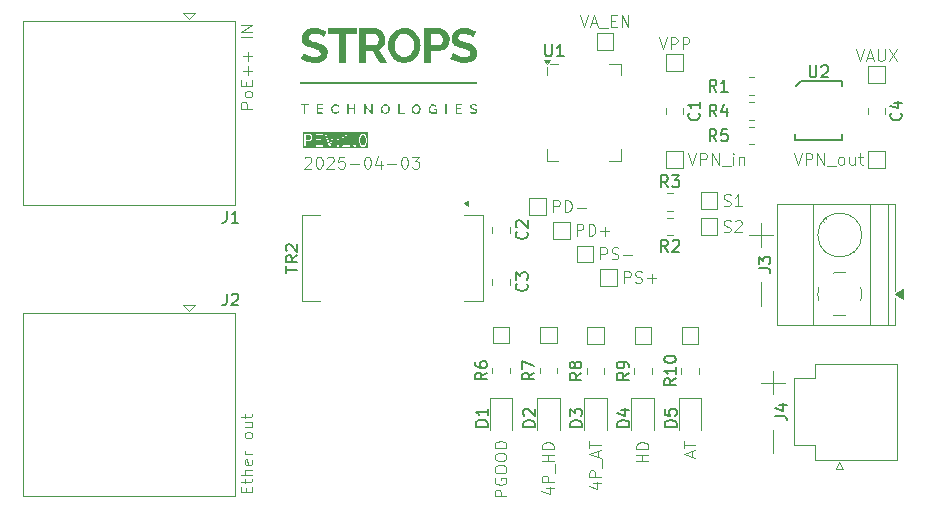
<source format=gbr>
%TF.GenerationSoftware,KiCad,Pcbnew,9.0.0*%
%TF.CreationDate,2025-04-03T15:52:47+03:00*%
%TF.ProjectId,poe splitter,706f6520-7370-46c6-9974-7465722e6b69,rev?*%
%TF.SameCoordinates,Original*%
%TF.FileFunction,Legend,Top*%
%TF.FilePolarity,Positive*%
%FSLAX46Y46*%
G04 Gerber Fmt 4.6, Leading zero omitted, Abs format (unit mm)*
G04 Created by KiCad (PCBNEW 9.0.0) date 2025-04-03 15:52:47*
%MOMM*%
%LPD*%
G01*
G04 APERTURE LIST*
%ADD10C,0.100000*%
%ADD11C,0.150000*%
%ADD12C,0.120000*%
%ADD13C,0.000000*%
G04 APERTURE END LIST*
D10*
X124900000Y-69500000D02*
X122900000Y-69500000D01*
X125900000Y-82000000D02*
X123900000Y-82000000D01*
X123900000Y-73500000D02*
X123900000Y-75500000D01*
X124900000Y-81000000D02*
X124900000Y-83000000D01*
X124900000Y-86000000D02*
X124900000Y-88000000D01*
X123900000Y-68500000D02*
X123900000Y-70500000D01*
X80842419Y-58799121D02*
X79842419Y-58799121D01*
X79842419Y-58799121D02*
X79842419Y-58418169D01*
X79842419Y-58418169D02*
X79890038Y-58322931D01*
X79890038Y-58322931D02*
X79937657Y-58275312D01*
X79937657Y-58275312D02*
X80032895Y-58227693D01*
X80032895Y-58227693D02*
X80175752Y-58227693D01*
X80175752Y-58227693D02*
X80270990Y-58275312D01*
X80270990Y-58275312D02*
X80318609Y-58322931D01*
X80318609Y-58322931D02*
X80366228Y-58418169D01*
X80366228Y-58418169D02*
X80366228Y-58799121D01*
X80842419Y-57656264D02*
X80794800Y-57751502D01*
X80794800Y-57751502D02*
X80747180Y-57799121D01*
X80747180Y-57799121D02*
X80651942Y-57846740D01*
X80651942Y-57846740D02*
X80366228Y-57846740D01*
X80366228Y-57846740D02*
X80270990Y-57799121D01*
X80270990Y-57799121D02*
X80223371Y-57751502D01*
X80223371Y-57751502D02*
X80175752Y-57656264D01*
X80175752Y-57656264D02*
X80175752Y-57513407D01*
X80175752Y-57513407D02*
X80223371Y-57418169D01*
X80223371Y-57418169D02*
X80270990Y-57370550D01*
X80270990Y-57370550D02*
X80366228Y-57322931D01*
X80366228Y-57322931D02*
X80651942Y-57322931D01*
X80651942Y-57322931D02*
X80747180Y-57370550D01*
X80747180Y-57370550D02*
X80794800Y-57418169D01*
X80794800Y-57418169D02*
X80842419Y-57513407D01*
X80842419Y-57513407D02*
X80842419Y-57656264D01*
X80318609Y-56894359D02*
X80318609Y-56561026D01*
X80842419Y-56418169D02*
X80842419Y-56894359D01*
X80842419Y-56894359D02*
X79842419Y-56894359D01*
X79842419Y-56894359D02*
X79842419Y-56418169D01*
X80461466Y-55989597D02*
X80461466Y-55227693D01*
X80842419Y-55608645D02*
X80080514Y-55608645D01*
X80461466Y-54751502D02*
X80461466Y-53989598D01*
X80842419Y-54370550D02*
X80080514Y-54370550D01*
X80842419Y-52751502D02*
X79842419Y-52751502D01*
X80842419Y-52275312D02*
X79842419Y-52275312D01*
X79842419Y-52275312D02*
X80842419Y-51703884D01*
X80842419Y-51703884D02*
X79842419Y-51703884D01*
X120756265Y-67009800D02*
X120899122Y-67057419D01*
X120899122Y-67057419D02*
X121137217Y-67057419D01*
X121137217Y-67057419D02*
X121232455Y-67009800D01*
X121232455Y-67009800D02*
X121280074Y-66962180D01*
X121280074Y-66962180D02*
X121327693Y-66866942D01*
X121327693Y-66866942D02*
X121327693Y-66771704D01*
X121327693Y-66771704D02*
X121280074Y-66676466D01*
X121280074Y-66676466D02*
X121232455Y-66628847D01*
X121232455Y-66628847D02*
X121137217Y-66581228D01*
X121137217Y-66581228D02*
X120946741Y-66533609D01*
X120946741Y-66533609D02*
X120851503Y-66485990D01*
X120851503Y-66485990D02*
X120803884Y-66438371D01*
X120803884Y-66438371D02*
X120756265Y-66343133D01*
X120756265Y-66343133D02*
X120756265Y-66247895D01*
X120756265Y-66247895D02*
X120803884Y-66152657D01*
X120803884Y-66152657D02*
X120851503Y-66105038D01*
X120851503Y-66105038D02*
X120946741Y-66057419D01*
X120946741Y-66057419D02*
X121184836Y-66057419D01*
X121184836Y-66057419D02*
X121327693Y-66105038D01*
X122280074Y-67057419D02*
X121708646Y-67057419D01*
X121994360Y-67057419D02*
X121994360Y-66057419D01*
X121994360Y-66057419D02*
X121899122Y-66200276D01*
X121899122Y-66200276D02*
X121803884Y-66295514D01*
X121803884Y-66295514D02*
X121708646Y-66343133D01*
X109690752Y-90532456D02*
X110357419Y-90532456D01*
X109309800Y-90770551D02*
X110024085Y-91008646D01*
X110024085Y-91008646D02*
X110024085Y-90389599D01*
X110357419Y-90008646D02*
X109357419Y-90008646D01*
X109357419Y-90008646D02*
X109357419Y-89627694D01*
X109357419Y-89627694D02*
X109405038Y-89532456D01*
X109405038Y-89532456D02*
X109452657Y-89484837D01*
X109452657Y-89484837D02*
X109547895Y-89437218D01*
X109547895Y-89437218D02*
X109690752Y-89437218D01*
X109690752Y-89437218D02*
X109785990Y-89484837D01*
X109785990Y-89484837D02*
X109833609Y-89532456D01*
X109833609Y-89532456D02*
X109881228Y-89627694D01*
X109881228Y-89627694D02*
X109881228Y-90008646D01*
X110452657Y-89246742D02*
X110452657Y-88484837D01*
X110071704Y-88294360D02*
X110071704Y-87818170D01*
X110357419Y-88389598D02*
X109357419Y-88056265D01*
X109357419Y-88056265D02*
X110357419Y-87722932D01*
X109357419Y-87532455D02*
X109357419Y-86961027D01*
X110357419Y-87246741D02*
X109357419Y-87246741D01*
X85256265Y-62967657D02*
X85303884Y-62920038D01*
X85303884Y-62920038D02*
X85399122Y-62872419D01*
X85399122Y-62872419D02*
X85637217Y-62872419D01*
X85637217Y-62872419D02*
X85732455Y-62920038D01*
X85732455Y-62920038D02*
X85780074Y-62967657D01*
X85780074Y-62967657D02*
X85827693Y-63062895D01*
X85827693Y-63062895D02*
X85827693Y-63158133D01*
X85827693Y-63158133D02*
X85780074Y-63300990D01*
X85780074Y-63300990D02*
X85208646Y-63872419D01*
X85208646Y-63872419D02*
X85827693Y-63872419D01*
X86446741Y-62872419D02*
X86541979Y-62872419D01*
X86541979Y-62872419D02*
X86637217Y-62920038D01*
X86637217Y-62920038D02*
X86684836Y-62967657D01*
X86684836Y-62967657D02*
X86732455Y-63062895D01*
X86732455Y-63062895D02*
X86780074Y-63253371D01*
X86780074Y-63253371D02*
X86780074Y-63491466D01*
X86780074Y-63491466D02*
X86732455Y-63681942D01*
X86732455Y-63681942D02*
X86684836Y-63777180D01*
X86684836Y-63777180D02*
X86637217Y-63824800D01*
X86637217Y-63824800D02*
X86541979Y-63872419D01*
X86541979Y-63872419D02*
X86446741Y-63872419D01*
X86446741Y-63872419D02*
X86351503Y-63824800D01*
X86351503Y-63824800D02*
X86303884Y-63777180D01*
X86303884Y-63777180D02*
X86256265Y-63681942D01*
X86256265Y-63681942D02*
X86208646Y-63491466D01*
X86208646Y-63491466D02*
X86208646Y-63253371D01*
X86208646Y-63253371D02*
X86256265Y-63062895D01*
X86256265Y-63062895D02*
X86303884Y-62967657D01*
X86303884Y-62967657D02*
X86351503Y-62920038D01*
X86351503Y-62920038D02*
X86446741Y-62872419D01*
X87161027Y-62967657D02*
X87208646Y-62920038D01*
X87208646Y-62920038D02*
X87303884Y-62872419D01*
X87303884Y-62872419D02*
X87541979Y-62872419D01*
X87541979Y-62872419D02*
X87637217Y-62920038D01*
X87637217Y-62920038D02*
X87684836Y-62967657D01*
X87684836Y-62967657D02*
X87732455Y-63062895D01*
X87732455Y-63062895D02*
X87732455Y-63158133D01*
X87732455Y-63158133D02*
X87684836Y-63300990D01*
X87684836Y-63300990D02*
X87113408Y-63872419D01*
X87113408Y-63872419D02*
X87732455Y-63872419D01*
X88637217Y-62872419D02*
X88161027Y-62872419D01*
X88161027Y-62872419D02*
X88113408Y-63348609D01*
X88113408Y-63348609D02*
X88161027Y-63300990D01*
X88161027Y-63300990D02*
X88256265Y-63253371D01*
X88256265Y-63253371D02*
X88494360Y-63253371D01*
X88494360Y-63253371D02*
X88589598Y-63300990D01*
X88589598Y-63300990D02*
X88637217Y-63348609D01*
X88637217Y-63348609D02*
X88684836Y-63443847D01*
X88684836Y-63443847D02*
X88684836Y-63681942D01*
X88684836Y-63681942D02*
X88637217Y-63777180D01*
X88637217Y-63777180D02*
X88589598Y-63824800D01*
X88589598Y-63824800D02*
X88494360Y-63872419D01*
X88494360Y-63872419D02*
X88256265Y-63872419D01*
X88256265Y-63872419D02*
X88161027Y-63824800D01*
X88161027Y-63824800D02*
X88113408Y-63777180D01*
X89113408Y-63491466D02*
X89875313Y-63491466D01*
X90541979Y-62872419D02*
X90637217Y-62872419D01*
X90637217Y-62872419D02*
X90732455Y-62920038D01*
X90732455Y-62920038D02*
X90780074Y-62967657D01*
X90780074Y-62967657D02*
X90827693Y-63062895D01*
X90827693Y-63062895D02*
X90875312Y-63253371D01*
X90875312Y-63253371D02*
X90875312Y-63491466D01*
X90875312Y-63491466D02*
X90827693Y-63681942D01*
X90827693Y-63681942D02*
X90780074Y-63777180D01*
X90780074Y-63777180D02*
X90732455Y-63824800D01*
X90732455Y-63824800D02*
X90637217Y-63872419D01*
X90637217Y-63872419D02*
X90541979Y-63872419D01*
X90541979Y-63872419D02*
X90446741Y-63824800D01*
X90446741Y-63824800D02*
X90399122Y-63777180D01*
X90399122Y-63777180D02*
X90351503Y-63681942D01*
X90351503Y-63681942D02*
X90303884Y-63491466D01*
X90303884Y-63491466D02*
X90303884Y-63253371D01*
X90303884Y-63253371D02*
X90351503Y-63062895D01*
X90351503Y-63062895D02*
X90399122Y-62967657D01*
X90399122Y-62967657D02*
X90446741Y-62920038D01*
X90446741Y-62920038D02*
X90541979Y-62872419D01*
X91732455Y-63205752D02*
X91732455Y-63872419D01*
X91494360Y-62824800D02*
X91256265Y-63539085D01*
X91256265Y-63539085D02*
X91875312Y-63539085D01*
X92256265Y-63491466D02*
X93018170Y-63491466D01*
X93684836Y-62872419D02*
X93780074Y-62872419D01*
X93780074Y-62872419D02*
X93875312Y-62920038D01*
X93875312Y-62920038D02*
X93922931Y-62967657D01*
X93922931Y-62967657D02*
X93970550Y-63062895D01*
X93970550Y-63062895D02*
X94018169Y-63253371D01*
X94018169Y-63253371D02*
X94018169Y-63491466D01*
X94018169Y-63491466D02*
X93970550Y-63681942D01*
X93970550Y-63681942D02*
X93922931Y-63777180D01*
X93922931Y-63777180D02*
X93875312Y-63824800D01*
X93875312Y-63824800D02*
X93780074Y-63872419D01*
X93780074Y-63872419D02*
X93684836Y-63872419D01*
X93684836Y-63872419D02*
X93589598Y-63824800D01*
X93589598Y-63824800D02*
X93541979Y-63777180D01*
X93541979Y-63777180D02*
X93494360Y-63681942D01*
X93494360Y-63681942D02*
X93446741Y-63491466D01*
X93446741Y-63491466D02*
X93446741Y-63253371D01*
X93446741Y-63253371D02*
X93494360Y-63062895D01*
X93494360Y-63062895D02*
X93541979Y-62967657D01*
X93541979Y-62967657D02*
X93589598Y-62920038D01*
X93589598Y-62920038D02*
X93684836Y-62872419D01*
X94351503Y-62872419D02*
X94970550Y-62872419D01*
X94970550Y-62872419D02*
X94637217Y-63253371D01*
X94637217Y-63253371D02*
X94780074Y-63253371D01*
X94780074Y-63253371D02*
X94875312Y-63300990D01*
X94875312Y-63300990D02*
X94922931Y-63348609D01*
X94922931Y-63348609D02*
X94970550Y-63443847D01*
X94970550Y-63443847D02*
X94970550Y-63681942D01*
X94970550Y-63681942D02*
X94922931Y-63777180D01*
X94922931Y-63777180D02*
X94875312Y-63824800D01*
X94875312Y-63824800D02*
X94780074Y-63872419D01*
X94780074Y-63872419D02*
X94494360Y-63872419D01*
X94494360Y-63872419D02*
X94399122Y-63824800D01*
X94399122Y-63824800D02*
X94351503Y-63777180D01*
X120756265Y-69209800D02*
X120899122Y-69257419D01*
X120899122Y-69257419D02*
X121137217Y-69257419D01*
X121137217Y-69257419D02*
X121232455Y-69209800D01*
X121232455Y-69209800D02*
X121280074Y-69162180D01*
X121280074Y-69162180D02*
X121327693Y-69066942D01*
X121327693Y-69066942D02*
X121327693Y-68971704D01*
X121327693Y-68971704D02*
X121280074Y-68876466D01*
X121280074Y-68876466D02*
X121232455Y-68828847D01*
X121232455Y-68828847D02*
X121137217Y-68781228D01*
X121137217Y-68781228D02*
X120946741Y-68733609D01*
X120946741Y-68733609D02*
X120851503Y-68685990D01*
X120851503Y-68685990D02*
X120803884Y-68638371D01*
X120803884Y-68638371D02*
X120756265Y-68543133D01*
X120756265Y-68543133D02*
X120756265Y-68447895D01*
X120756265Y-68447895D02*
X120803884Y-68352657D01*
X120803884Y-68352657D02*
X120851503Y-68305038D01*
X120851503Y-68305038D02*
X120946741Y-68257419D01*
X120946741Y-68257419D02*
X121184836Y-68257419D01*
X121184836Y-68257419D02*
X121327693Y-68305038D01*
X121708646Y-68352657D02*
X121756265Y-68305038D01*
X121756265Y-68305038D02*
X121851503Y-68257419D01*
X121851503Y-68257419D02*
X122089598Y-68257419D01*
X122089598Y-68257419D02*
X122184836Y-68305038D01*
X122184836Y-68305038D02*
X122232455Y-68352657D01*
X122232455Y-68352657D02*
X122280074Y-68447895D01*
X122280074Y-68447895D02*
X122280074Y-68543133D01*
X122280074Y-68543133D02*
X122232455Y-68685990D01*
X122232455Y-68685990D02*
X121661027Y-69257419D01*
X121661027Y-69257419D02*
X122280074Y-69257419D01*
X108303884Y-69557419D02*
X108303884Y-68557419D01*
X108303884Y-68557419D02*
X108684836Y-68557419D01*
X108684836Y-68557419D02*
X108780074Y-68605038D01*
X108780074Y-68605038D02*
X108827693Y-68652657D01*
X108827693Y-68652657D02*
X108875312Y-68747895D01*
X108875312Y-68747895D02*
X108875312Y-68890752D01*
X108875312Y-68890752D02*
X108827693Y-68985990D01*
X108827693Y-68985990D02*
X108780074Y-69033609D01*
X108780074Y-69033609D02*
X108684836Y-69081228D01*
X108684836Y-69081228D02*
X108303884Y-69081228D01*
X109303884Y-69557419D02*
X109303884Y-68557419D01*
X109303884Y-68557419D02*
X109541979Y-68557419D01*
X109541979Y-68557419D02*
X109684836Y-68605038D01*
X109684836Y-68605038D02*
X109780074Y-68700276D01*
X109780074Y-68700276D02*
X109827693Y-68795514D01*
X109827693Y-68795514D02*
X109875312Y-68985990D01*
X109875312Y-68985990D02*
X109875312Y-69128847D01*
X109875312Y-69128847D02*
X109827693Y-69319323D01*
X109827693Y-69319323D02*
X109780074Y-69414561D01*
X109780074Y-69414561D02*
X109684836Y-69509800D01*
X109684836Y-69509800D02*
X109541979Y-69557419D01*
X109541979Y-69557419D02*
X109303884Y-69557419D01*
X110303884Y-69176466D02*
X111065789Y-69176466D01*
X110684836Y-69557419D02*
X110684836Y-68795514D01*
X106303884Y-67557419D02*
X106303884Y-66557419D01*
X106303884Y-66557419D02*
X106684836Y-66557419D01*
X106684836Y-66557419D02*
X106780074Y-66605038D01*
X106780074Y-66605038D02*
X106827693Y-66652657D01*
X106827693Y-66652657D02*
X106875312Y-66747895D01*
X106875312Y-66747895D02*
X106875312Y-66890752D01*
X106875312Y-66890752D02*
X106827693Y-66985990D01*
X106827693Y-66985990D02*
X106780074Y-67033609D01*
X106780074Y-67033609D02*
X106684836Y-67081228D01*
X106684836Y-67081228D02*
X106303884Y-67081228D01*
X107303884Y-67557419D02*
X107303884Y-66557419D01*
X107303884Y-66557419D02*
X107541979Y-66557419D01*
X107541979Y-66557419D02*
X107684836Y-66605038D01*
X107684836Y-66605038D02*
X107780074Y-66700276D01*
X107780074Y-66700276D02*
X107827693Y-66795514D01*
X107827693Y-66795514D02*
X107875312Y-66985990D01*
X107875312Y-66985990D02*
X107875312Y-67128847D01*
X107875312Y-67128847D02*
X107827693Y-67319323D01*
X107827693Y-67319323D02*
X107780074Y-67414561D01*
X107780074Y-67414561D02*
X107684836Y-67509800D01*
X107684836Y-67509800D02*
X107541979Y-67557419D01*
X107541979Y-67557419D02*
X107303884Y-67557419D01*
X108303884Y-67176466D02*
X109065789Y-67176466D01*
X108580952Y-50872419D02*
X108914285Y-51872419D01*
X108914285Y-51872419D02*
X109247618Y-50872419D01*
X109533333Y-51586704D02*
X110009523Y-51586704D01*
X109438095Y-51872419D02*
X109771428Y-50872419D01*
X109771428Y-50872419D02*
X110104761Y-51872419D01*
X110200000Y-51967657D02*
X110961904Y-51967657D01*
X111200000Y-51348609D02*
X111533333Y-51348609D01*
X111676190Y-51872419D02*
X111200000Y-51872419D01*
X111200000Y-51872419D02*
X111200000Y-50872419D01*
X111200000Y-50872419D02*
X111676190Y-50872419D01*
X112104762Y-51872419D02*
X112104762Y-50872419D01*
X112104762Y-50872419D02*
X112676190Y-51872419D01*
X112676190Y-51872419D02*
X112676190Y-50872419D01*
X118071704Y-88294360D02*
X118071704Y-87818170D01*
X118357419Y-88389598D02*
X117357419Y-88056265D01*
X117357419Y-88056265D02*
X118357419Y-87722932D01*
X117357419Y-87532455D02*
X117357419Y-86961027D01*
X118357419Y-87246741D02*
X117357419Y-87246741D01*
X131938095Y-53772419D02*
X132271428Y-54772419D01*
X132271428Y-54772419D02*
X132604761Y-53772419D01*
X132890476Y-54486704D02*
X133366666Y-54486704D01*
X132795238Y-54772419D02*
X133128571Y-53772419D01*
X133128571Y-53772419D02*
X133461904Y-54772419D01*
X133795238Y-53772419D02*
X133795238Y-54581942D01*
X133795238Y-54581942D02*
X133842857Y-54677180D01*
X133842857Y-54677180D02*
X133890476Y-54724800D01*
X133890476Y-54724800D02*
X133985714Y-54772419D01*
X133985714Y-54772419D02*
X134176190Y-54772419D01*
X134176190Y-54772419D02*
X134271428Y-54724800D01*
X134271428Y-54724800D02*
X134319047Y-54677180D01*
X134319047Y-54677180D02*
X134366666Y-54581942D01*
X134366666Y-54581942D02*
X134366666Y-53772419D01*
X134747619Y-53772419D02*
X135414285Y-54772419D01*
X135414285Y-53772419D02*
X134747619Y-54772419D01*
X110303884Y-71557419D02*
X110303884Y-70557419D01*
X110303884Y-70557419D02*
X110684836Y-70557419D01*
X110684836Y-70557419D02*
X110780074Y-70605038D01*
X110780074Y-70605038D02*
X110827693Y-70652657D01*
X110827693Y-70652657D02*
X110875312Y-70747895D01*
X110875312Y-70747895D02*
X110875312Y-70890752D01*
X110875312Y-70890752D02*
X110827693Y-70985990D01*
X110827693Y-70985990D02*
X110780074Y-71033609D01*
X110780074Y-71033609D02*
X110684836Y-71081228D01*
X110684836Y-71081228D02*
X110303884Y-71081228D01*
X111256265Y-71509800D02*
X111399122Y-71557419D01*
X111399122Y-71557419D02*
X111637217Y-71557419D01*
X111637217Y-71557419D02*
X111732455Y-71509800D01*
X111732455Y-71509800D02*
X111780074Y-71462180D01*
X111780074Y-71462180D02*
X111827693Y-71366942D01*
X111827693Y-71366942D02*
X111827693Y-71271704D01*
X111827693Y-71271704D02*
X111780074Y-71176466D01*
X111780074Y-71176466D02*
X111732455Y-71128847D01*
X111732455Y-71128847D02*
X111637217Y-71081228D01*
X111637217Y-71081228D02*
X111446741Y-71033609D01*
X111446741Y-71033609D02*
X111351503Y-70985990D01*
X111351503Y-70985990D02*
X111303884Y-70938371D01*
X111303884Y-70938371D02*
X111256265Y-70843133D01*
X111256265Y-70843133D02*
X111256265Y-70747895D01*
X111256265Y-70747895D02*
X111303884Y-70652657D01*
X111303884Y-70652657D02*
X111351503Y-70605038D01*
X111351503Y-70605038D02*
X111446741Y-70557419D01*
X111446741Y-70557419D02*
X111684836Y-70557419D01*
X111684836Y-70557419D02*
X111827693Y-70605038D01*
X112256265Y-71176466D02*
X113018170Y-71176466D01*
X112303884Y-73557419D02*
X112303884Y-72557419D01*
X112303884Y-72557419D02*
X112684836Y-72557419D01*
X112684836Y-72557419D02*
X112780074Y-72605038D01*
X112780074Y-72605038D02*
X112827693Y-72652657D01*
X112827693Y-72652657D02*
X112875312Y-72747895D01*
X112875312Y-72747895D02*
X112875312Y-72890752D01*
X112875312Y-72890752D02*
X112827693Y-72985990D01*
X112827693Y-72985990D02*
X112780074Y-73033609D01*
X112780074Y-73033609D02*
X112684836Y-73081228D01*
X112684836Y-73081228D02*
X112303884Y-73081228D01*
X113256265Y-73509800D02*
X113399122Y-73557419D01*
X113399122Y-73557419D02*
X113637217Y-73557419D01*
X113637217Y-73557419D02*
X113732455Y-73509800D01*
X113732455Y-73509800D02*
X113780074Y-73462180D01*
X113780074Y-73462180D02*
X113827693Y-73366942D01*
X113827693Y-73366942D02*
X113827693Y-73271704D01*
X113827693Y-73271704D02*
X113780074Y-73176466D01*
X113780074Y-73176466D02*
X113732455Y-73128847D01*
X113732455Y-73128847D02*
X113637217Y-73081228D01*
X113637217Y-73081228D02*
X113446741Y-73033609D01*
X113446741Y-73033609D02*
X113351503Y-72985990D01*
X113351503Y-72985990D02*
X113303884Y-72938371D01*
X113303884Y-72938371D02*
X113256265Y-72843133D01*
X113256265Y-72843133D02*
X113256265Y-72747895D01*
X113256265Y-72747895D02*
X113303884Y-72652657D01*
X113303884Y-72652657D02*
X113351503Y-72605038D01*
X113351503Y-72605038D02*
X113446741Y-72557419D01*
X113446741Y-72557419D02*
X113684836Y-72557419D01*
X113684836Y-72557419D02*
X113827693Y-72605038D01*
X114256265Y-73176466D02*
X115018170Y-73176466D01*
X114637217Y-73557419D02*
X114637217Y-72795514D01*
X114357419Y-88675312D02*
X113357419Y-88675312D01*
X113833609Y-88675312D02*
X113833609Y-88103884D01*
X114357419Y-88103884D02*
X113357419Y-88103884D01*
X114357419Y-87627693D02*
X113357419Y-87627693D01*
X113357419Y-87627693D02*
X113357419Y-87389598D01*
X113357419Y-87389598D02*
X113405038Y-87246741D01*
X113405038Y-87246741D02*
X113500276Y-87151503D01*
X113500276Y-87151503D02*
X113595514Y-87103884D01*
X113595514Y-87103884D02*
X113785990Y-87056265D01*
X113785990Y-87056265D02*
X113928847Y-87056265D01*
X113928847Y-87056265D02*
X114119323Y-87103884D01*
X114119323Y-87103884D02*
X114214561Y-87151503D01*
X114214561Y-87151503D02*
X114309800Y-87246741D01*
X114309800Y-87246741D02*
X114357419Y-87389598D01*
X114357419Y-87389598D02*
X114357419Y-87627693D01*
G36*
X90321884Y-61061130D02*
G01*
X90358028Y-61097275D01*
X90399564Y-61180347D01*
X90444359Y-61359526D01*
X90444359Y-61585311D01*
X90399564Y-61764489D01*
X90358028Y-61847561D01*
X90321882Y-61883708D01*
X90244461Y-61922419D01*
X90172830Y-61922419D01*
X90095407Y-61883708D01*
X90059261Y-61847561D01*
X90017726Y-61764491D01*
X89972931Y-61585311D01*
X89972931Y-61359526D01*
X90017726Y-61180346D01*
X90059261Y-61097274D01*
X90095406Y-61061130D01*
X90172830Y-61022419D01*
X90244461Y-61022419D01*
X90321884Y-61061130D01*
G37*
G36*
X85750456Y-61061130D02*
G01*
X85786600Y-61097275D01*
X85825312Y-61174698D01*
X85825312Y-61293948D01*
X85786600Y-61371371D01*
X85750456Y-61407516D01*
X85673033Y-61446228D01*
X85353884Y-61446228D01*
X85353884Y-61022419D01*
X85673033Y-61022419D01*
X85750456Y-61061130D01*
G37*
G36*
X90655470Y-62133530D02*
G01*
X85142773Y-62133530D01*
X85142773Y-60972419D01*
X85253884Y-60972419D01*
X85253884Y-61972419D01*
X85257690Y-61991553D01*
X85284750Y-62018613D01*
X85323018Y-62018613D01*
X85350078Y-61991553D01*
X85353884Y-61972419D01*
X85353884Y-61546228D01*
X85515946Y-61546228D01*
X85834350Y-62001092D01*
X85848441Y-62014585D01*
X85886127Y-62021235D01*
X85917478Y-61999290D01*
X85924128Y-61961604D01*
X85916274Y-61943746D01*
X85638012Y-61546228D01*
X85684836Y-61546228D01*
X85687292Y-61545739D01*
X85688381Y-61546102D01*
X85696108Y-61543985D01*
X85703970Y-61542422D01*
X85704781Y-61541610D01*
X85707197Y-61540949D01*
X85802434Y-61493331D01*
X85808767Y-61488415D01*
X85815429Y-61483964D01*
X85863048Y-61436346D01*
X85867502Y-61429679D01*
X85872414Y-61423351D01*
X85920033Y-61328113D01*
X85920694Y-61325697D01*
X85921506Y-61324886D01*
X85923069Y-61317024D01*
X85925186Y-61309297D01*
X85924823Y-61308208D01*
X85925312Y-61305752D01*
X85925312Y-61162895D01*
X85924823Y-61160438D01*
X85925186Y-61159350D01*
X85923069Y-61151622D01*
X85921506Y-61143761D01*
X85920694Y-61142949D01*
X85920033Y-61140534D01*
X85872414Y-61045296D01*
X85867502Y-61038967D01*
X85863048Y-61032301D01*
X85815429Y-60984683D01*
X85808767Y-60980231D01*
X85802434Y-60975316D01*
X85796640Y-60972419D01*
X86253884Y-60972419D01*
X86253884Y-61972419D01*
X86257690Y-61991553D01*
X86284750Y-62018613D01*
X86303884Y-62022419D01*
X86780074Y-62022419D01*
X86799208Y-62018613D01*
X86826268Y-61991553D01*
X86826268Y-61953285D01*
X86799208Y-61926225D01*
X86780074Y-61922419D01*
X86353884Y-61922419D01*
X86353884Y-61498609D01*
X86637217Y-61498609D01*
X86656351Y-61494803D01*
X86683411Y-61467743D01*
X86683411Y-61429475D01*
X86656351Y-61402415D01*
X86637217Y-61398609D01*
X86353884Y-61398609D01*
X86353884Y-61022419D01*
X86780074Y-61022419D01*
X86799208Y-61018613D01*
X86826268Y-60991553D01*
X86826268Y-60968875D01*
X87015915Y-60968875D01*
X87018355Y-60988230D01*
X87351688Y-61988230D01*
X87361349Y-62005178D01*
X87364690Y-62006848D01*
X87366362Y-62010192D01*
X87381404Y-62015205D01*
X87395578Y-62022293D01*
X87399121Y-62021111D01*
X87402666Y-62022293D01*
X87416845Y-62015203D01*
X87431882Y-62010191D01*
X87433552Y-62006850D01*
X87436895Y-62005179D01*
X87446556Y-61988230D01*
X87474077Y-61905666D01*
X87971976Y-61905666D01*
X87971976Y-61943935D01*
X87971978Y-61943937D01*
X87982815Y-61960155D01*
X88030433Y-62007774D01*
X88046654Y-62018613D01*
X88046655Y-62018613D01*
X88084923Y-62018613D01*
X88101144Y-62007774D01*
X88148763Y-61960156D01*
X88159602Y-61943935D01*
X88159602Y-61905666D01*
X88148764Y-61889445D01*
X88101145Y-61841825D01*
X88084924Y-61830986D01*
X88084923Y-61830986D01*
X88046654Y-61830986D01*
X88030433Y-61841825D01*
X87982814Y-61889445D01*
X87971976Y-61905666D01*
X87474077Y-61905666D01*
X87648681Y-61381856D01*
X87971976Y-61381856D01*
X87971976Y-61420124D01*
X87982815Y-61436345D01*
X88030433Y-61483964D01*
X88046654Y-61494803D01*
X88046655Y-61494803D01*
X88084923Y-61494803D01*
X88101144Y-61483964D01*
X88148763Y-61436346D01*
X88159602Y-61420125D01*
X88159602Y-61381856D01*
X88159602Y-61381855D01*
X88148763Y-61365634D01*
X88101144Y-61318016D01*
X88084923Y-61307177D01*
X88046654Y-61307177D01*
X88030433Y-61318016D01*
X87982815Y-61365635D01*
X87971977Y-61381855D01*
X87971976Y-61381856D01*
X87648681Y-61381856D01*
X87688740Y-61261678D01*
X88444486Y-61261678D01*
X88461600Y-61295906D01*
X88497905Y-61308007D01*
X88516721Y-61302854D01*
X88611958Y-61255236D01*
X88618291Y-61250320D01*
X88624953Y-61245869D01*
X88720191Y-61150631D01*
X88722939Y-61146517D01*
X88726439Y-61143011D01*
X88730074Y-61137558D01*
X88730074Y-61922419D01*
X88494360Y-61922419D01*
X88475226Y-61926225D01*
X88448166Y-61953285D01*
X88448166Y-61991553D01*
X88475226Y-62018613D01*
X88494360Y-62022419D01*
X89065788Y-62022419D01*
X89084922Y-62018613D01*
X89111982Y-61991553D01*
X89111982Y-61953285D01*
X89084922Y-61926225D01*
X89065788Y-61922419D01*
X88830074Y-61922419D01*
X88830074Y-61905666D01*
X89400547Y-61905666D01*
X89400547Y-61943935D01*
X89400549Y-61943937D01*
X89411386Y-61960155D01*
X89459004Y-62007774D01*
X89475225Y-62018613D01*
X89475226Y-62018613D01*
X89513494Y-62018613D01*
X89529715Y-62007774D01*
X89577334Y-61960156D01*
X89588173Y-61943935D01*
X89588173Y-61905666D01*
X89577335Y-61889445D01*
X89529716Y-61841825D01*
X89513495Y-61830986D01*
X89513494Y-61830986D01*
X89475225Y-61830986D01*
X89459004Y-61841825D01*
X89411385Y-61889445D01*
X89400547Y-61905666D01*
X88830074Y-61905666D01*
X88830074Y-61353371D01*
X89872931Y-61353371D01*
X89872931Y-61591466D01*
X89874126Y-61597475D01*
X89874424Y-61603593D01*
X89922043Y-61794069D01*
X89924382Y-61799021D01*
X89925829Y-61804303D01*
X89973447Y-61899540D01*
X89978358Y-61905868D01*
X89982813Y-61912535D01*
X90030432Y-61960155D01*
X90037098Y-61964609D01*
X90043427Y-61969521D01*
X90138665Y-62017140D01*
X90141080Y-62017801D01*
X90141892Y-62018613D01*
X90149753Y-62020176D01*
X90157481Y-62022293D01*
X90158569Y-62021930D01*
X90161026Y-62022419D01*
X90256264Y-62022419D01*
X90258720Y-62021930D01*
X90259809Y-62022293D01*
X90267536Y-62020176D01*
X90275398Y-62018613D01*
X90276209Y-62017801D01*
X90278625Y-62017140D01*
X90373862Y-61969522D01*
X90380189Y-61964611D01*
X90386858Y-61960155D01*
X90434477Y-61912535D01*
X90438930Y-61905869D01*
X90443842Y-61899541D01*
X90491461Y-61804303D01*
X90492907Y-61799021D01*
X90495247Y-61794069D01*
X90542866Y-61603593D01*
X90543163Y-61597475D01*
X90544359Y-61591466D01*
X90544359Y-61353371D01*
X90543163Y-61347361D01*
X90542866Y-61341244D01*
X90495247Y-61150768D01*
X90492907Y-61145815D01*
X90491461Y-61140534D01*
X90443842Y-61045296D01*
X90438930Y-61038967D01*
X90434476Y-61032301D01*
X90386857Y-60984683D01*
X90380195Y-60980231D01*
X90373862Y-60975316D01*
X90278625Y-60927698D01*
X90276209Y-60927036D01*
X90275398Y-60926225D01*
X90267536Y-60924661D01*
X90259809Y-60922545D01*
X90258720Y-60922907D01*
X90256264Y-60922419D01*
X90161026Y-60922419D01*
X90158569Y-60922907D01*
X90157481Y-60922545D01*
X90149753Y-60924661D01*
X90141892Y-60926225D01*
X90141080Y-60927036D01*
X90138665Y-60927698D01*
X90043427Y-60975317D01*
X90037098Y-60980228D01*
X90030432Y-60984683D01*
X89982814Y-61032302D01*
X89978362Y-61038963D01*
X89973447Y-61045297D01*
X89925829Y-61140534D01*
X89924382Y-61145815D01*
X89922043Y-61150768D01*
X89874424Y-61341244D01*
X89874126Y-61347361D01*
X89872931Y-61353371D01*
X88830074Y-61353371D01*
X88830074Y-60972419D01*
X88826268Y-60953285D01*
X88822627Y-60949644D01*
X88821618Y-60944597D01*
X88809502Y-60936519D01*
X88799208Y-60926225D01*
X88794062Y-60926225D01*
X88789778Y-60923369D01*
X88775500Y-60926225D01*
X88760940Y-60926225D01*
X88757299Y-60929865D01*
X88752252Y-60930875D01*
X88738472Y-60944684D01*
X88645977Y-61083424D01*
X88559981Y-61169421D01*
X88471999Y-61213412D01*
X88456587Y-61225373D01*
X88444486Y-61261678D01*
X87688740Y-61261678D01*
X87779889Y-60988231D01*
X87782329Y-60968875D01*
X87765215Y-60934647D01*
X87728911Y-60922545D01*
X87694682Y-60939660D01*
X87685021Y-60956608D01*
X87399122Y-61814305D01*
X87113223Y-60956608D01*
X87103562Y-60939659D01*
X87069333Y-60922545D01*
X87033029Y-60934646D01*
X87015915Y-60968875D01*
X86826268Y-60968875D01*
X86826268Y-60953285D01*
X86799208Y-60926225D01*
X86780074Y-60922419D01*
X86303884Y-60922419D01*
X86284750Y-60926225D01*
X86257690Y-60953285D01*
X86253884Y-60972419D01*
X85796640Y-60972419D01*
X85707197Y-60927698D01*
X85704781Y-60927036D01*
X85703970Y-60926225D01*
X85696108Y-60924661D01*
X85688381Y-60922545D01*
X85687292Y-60922907D01*
X85684836Y-60922419D01*
X85303884Y-60922419D01*
X85284750Y-60926225D01*
X85257690Y-60953285D01*
X85253884Y-60972419D01*
X85142773Y-60972419D01*
X85142773Y-60811308D01*
X90655470Y-60811308D01*
X90655470Y-62133530D01*
G37*
X102357419Y-91622931D02*
X101357419Y-91622931D01*
X101357419Y-91622931D02*
X101357419Y-91241979D01*
X101357419Y-91241979D02*
X101405038Y-91146741D01*
X101405038Y-91146741D02*
X101452657Y-91099122D01*
X101452657Y-91099122D02*
X101547895Y-91051503D01*
X101547895Y-91051503D02*
X101690752Y-91051503D01*
X101690752Y-91051503D02*
X101785990Y-91099122D01*
X101785990Y-91099122D02*
X101833609Y-91146741D01*
X101833609Y-91146741D02*
X101881228Y-91241979D01*
X101881228Y-91241979D02*
X101881228Y-91622931D01*
X101405038Y-90099122D02*
X101357419Y-90194360D01*
X101357419Y-90194360D02*
X101357419Y-90337217D01*
X101357419Y-90337217D02*
X101405038Y-90480074D01*
X101405038Y-90480074D02*
X101500276Y-90575312D01*
X101500276Y-90575312D02*
X101595514Y-90622931D01*
X101595514Y-90622931D02*
X101785990Y-90670550D01*
X101785990Y-90670550D02*
X101928847Y-90670550D01*
X101928847Y-90670550D02*
X102119323Y-90622931D01*
X102119323Y-90622931D02*
X102214561Y-90575312D01*
X102214561Y-90575312D02*
X102309800Y-90480074D01*
X102309800Y-90480074D02*
X102357419Y-90337217D01*
X102357419Y-90337217D02*
X102357419Y-90241979D01*
X102357419Y-90241979D02*
X102309800Y-90099122D01*
X102309800Y-90099122D02*
X102262180Y-90051503D01*
X102262180Y-90051503D02*
X101928847Y-90051503D01*
X101928847Y-90051503D02*
X101928847Y-90241979D01*
X101357419Y-89432455D02*
X101357419Y-89241979D01*
X101357419Y-89241979D02*
X101405038Y-89146741D01*
X101405038Y-89146741D02*
X101500276Y-89051503D01*
X101500276Y-89051503D02*
X101690752Y-89003884D01*
X101690752Y-89003884D02*
X102024085Y-89003884D01*
X102024085Y-89003884D02*
X102214561Y-89051503D01*
X102214561Y-89051503D02*
X102309800Y-89146741D01*
X102309800Y-89146741D02*
X102357419Y-89241979D01*
X102357419Y-89241979D02*
X102357419Y-89432455D01*
X102357419Y-89432455D02*
X102309800Y-89527693D01*
X102309800Y-89527693D02*
X102214561Y-89622931D01*
X102214561Y-89622931D02*
X102024085Y-89670550D01*
X102024085Y-89670550D02*
X101690752Y-89670550D01*
X101690752Y-89670550D02*
X101500276Y-89622931D01*
X101500276Y-89622931D02*
X101405038Y-89527693D01*
X101405038Y-89527693D02*
X101357419Y-89432455D01*
X101357419Y-88384836D02*
X101357419Y-88194360D01*
X101357419Y-88194360D02*
X101405038Y-88099122D01*
X101405038Y-88099122D02*
X101500276Y-88003884D01*
X101500276Y-88003884D02*
X101690752Y-87956265D01*
X101690752Y-87956265D02*
X102024085Y-87956265D01*
X102024085Y-87956265D02*
X102214561Y-88003884D01*
X102214561Y-88003884D02*
X102309800Y-88099122D01*
X102309800Y-88099122D02*
X102357419Y-88194360D01*
X102357419Y-88194360D02*
X102357419Y-88384836D01*
X102357419Y-88384836D02*
X102309800Y-88480074D01*
X102309800Y-88480074D02*
X102214561Y-88575312D01*
X102214561Y-88575312D02*
X102024085Y-88622931D01*
X102024085Y-88622931D02*
X101690752Y-88622931D01*
X101690752Y-88622931D02*
X101500276Y-88575312D01*
X101500276Y-88575312D02*
X101405038Y-88480074D01*
X101405038Y-88480074D02*
X101357419Y-88384836D01*
X102357419Y-87527693D02*
X101357419Y-87527693D01*
X101357419Y-87527693D02*
X101357419Y-87289598D01*
X101357419Y-87289598D02*
X101405038Y-87146741D01*
X101405038Y-87146741D02*
X101500276Y-87051503D01*
X101500276Y-87051503D02*
X101595514Y-87003884D01*
X101595514Y-87003884D02*
X101785990Y-86956265D01*
X101785990Y-86956265D02*
X101928847Y-86956265D01*
X101928847Y-86956265D02*
X102119323Y-87003884D01*
X102119323Y-87003884D02*
X102214561Y-87051503D01*
X102214561Y-87051503D02*
X102309800Y-87146741D01*
X102309800Y-87146741D02*
X102357419Y-87289598D01*
X102357419Y-87289598D02*
X102357419Y-87527693D01*
X105690752Y-90961027D02*
X106357419Y-90961027D01*
X105309800Y-91199122D02*
X106024085Y-91437217D01*
X106024085Y-91437217D02*
X106024085Y-90818170D01*
X106357419Y-90437217D02*
X105357419Y-90437217D01*
X105357419Y-90437217D02*
X105357419Y-90056265D01*
X105357419Y-90056265D02*
X105405038Y-89961027D01*
X105405038Y-89961027D02*
X105452657Y-89913408D01*
X105452657Y-89913408D02*
X105547895Y-89865789D01*
X105547895Y-89865789D02*
X105690752Y-89865789D01*
X105690752Y-89865789D02*
X105785990Y-89913408D01*
X105785990Y-89913408D02*
X105833609Y-89961027D01*
X105833609Y-89961027D02*
X105881228Y-90056265D01*
X105881228Y-90056265D02*
X105881228Y-90437217D01*
X106452657Y-89675313D02*
X106452657Y-88913408D01*
X106357419Y-88675312D02*
X105357419Y-88675312D01*
X105833609Y-88675312D02*
X105833609Y-88103884D01*
X106357419Y-88103884D02*
X105357419Y-88103884D01*
X106357419Y-87627693D02*
X105357419Y-87627693D01*
X105357419Y-87627693D02*
X105357419Y-87389598D01*
X105357419Y-87389598D02*
X105405038Y-87246741D01*
X105405038Y-87246741D02*
X105500276Y-87151503D01*
X105500276Y-87151503D02*
X105595514Y-87103884D01*
X105595514Y-87103884D02*
X105785990Y-87056265D01*
X105785990Y-87056265D02*
X105928847Y-87056265D01*
X105928847Y-87056265D02*
X106119323Y-87103884D01*
X106119323Y-87103884D02*
X106214561Y-87151503D01*
X106214561Y-87151503D02*
X106309800Y-87246741D01*
X106309800Y-87246741D02*
X106357419Y-87389598D01*
X106357419Y-87389598D02*
X106357419Y-87627693D01*
X115266667Y-52772419D02*
X115600000Y-53772419D01*
X115600000Y-53772419D02*
X115933333Y-52772419D01*
X116266667Y-53772419D02*
X116266667Y-52772419D01*
X116266667Y-52772419D02*
X116647619Y-52772419D01*
X116647619Y-52772419D02*
X116742857Y-52820038D01*
X116742857Y-52820038D02*
X116790476Y-52867657D01*
X116790476Y-52867657D02*
X116838095Y-52962895D01*
X116838095Y-52962895D02*
X116838095Y-53105752D01*
X116838095Y-53105752D02*
X116790476Y-53200990D01*
X116790476Y-53200990D02*
X116742857Y-53248609D01*
X116742857Y-53248609D02*
X116647619Y-53296228D01*
X116647619Y-53296228D02*
X116266667Y-53296228D01*
X117266667Y-53772419D02*
X117266667Y-52772419D01*
X117266667Y-52772419D02*
X117647619Y-52772419D01*
X117647619Y-52772419D02*
X117742857Y-52820038D01*
X117742857Y-52820038D02*
X117790476Y-52867657D01*
X117790476Y-52867657D02*
X117838095Y-52962895D01*
X117838095Y-52962895D02*
X117838095Y-53105752D01*
X117838095Y-53105752D02*
X117790476Y-53200990D01*
X117790476Y-53200990D02*
X117742857Y-53248609D01*
X117742857Y-53248609D02*
X117647619Y-53296228D01*
X117647619Y-53296228D02*
X117266667Y-53296228D01*
X117761027Y-62557419D02*
X118094360Y-63557419D01*
X118094360Y-63557419D02*
X118427693Y-62557419D01*
X118761027Y-63557419D02*
X118761027Y-62557419D01*
X118761027Y-62557419D02*
X119141979Y-62557419D01*
X119141979Y-62557419D02*
X119237217Y-62605038D01*
X119237217Y-62605038D02*
X119284836Y-62652657D01*
X119284836Y-62652657D02*
X119332455Y-62747895D01*
X119332455Y-62747895D02*
X119332455Y-62890752D01*
X119332455Y-62890752D02*
X119284836Y-62985990D01*
X119284836Y-62985990D02*
X119237217Y-63033609D01*
X119237217Y-63033609D02*
X119141979Y-63081228D01*
X119141979Y-63081228D02*
X118761027Y-63081228D01*
X119761027Y-63557419D02*
X119761027Y-62557419D01*
X119761027Y-62557419D02*
X120332455Y-63557419D01*
X120332455Y-63557419D02*
X120332455Y-62557419D01*
X120570551Y-63652657D02*
X121332455Y-63652657D01*
X121570551Y-63557419D02*
X121570551Y-62890752D01*
X121570551Y-62557419D02*
X121522932Y-62605038D01*
X121522932Y-62605038D02*
X121570551Y-62652657D01*
X121570551Y-62652657D02*
X121618170Y-62605038D01*
X121618170Y-62605038D02*
X121570551Y-62557419D01*
X121570551Y-62557419D02*
X121570551Y-62652657D01*
X122046741Y-62890752D02*
X122046741Y-63557419D01*
X122046741Y-62985990D02*
X122094360Y-62938371D01*
X122094360Y-62938371D02*
X122189598Y-62890752D01*
X122189598Y-62890752D02*
X122332455Y-62890752D01*
X122332455Y-62890752D02*
X122427693Y-62938371D01*
X122427693Y-62938371D02*
X122475312Y-63033609D01*
X122475312Y-63033609D02*
X122475312Y-63557419D01*
X126681829Y-62557419D02*
X127015162Y-63557419D01*
X127015162Y-63557419D02*
X127348495Y-62557419D01*
X127681829Y-63557419D02*
X127681829Y-62557419D01*
X127681829Y-62557419D02*
X128062781Y-62557419D01*
X128062781Y-62557419D02*
X128158019Y-62605038D01*
X128158019Y-62605038D02*
X128205638Y-62652657D01*
X128205638Y-62652657D02*
X128253257Y-62747895D01*
X128253257Y-62747895D02*
X128253257Y-62890752D01*
X128253257Y-62890752D02*
X128205638Y-62985990D01*
X128205638Y-62985990D02*
X128158019Y-63033609D01*
X128158019Y-63033609D02*
X128062781Y-63081228D01*
X128062781Y-63081228D02*
X127681829Y-63081228D01*
X128681829Y-63557419D02*
X128681829Y-62557419D01*
X128681829Y-62557419D02*
X129253257Y-63557419D01*
X129253257Y-63557419D02*
X129253257Y-62557419D01*
X129491353Y-63652657D02*
X130253257Y-63652657D01*
X130634210Y-63557419D02*
X130538972Y-63509800D01*
X130538972Y-63509800D02*
X130491353Y-63462180D01*
X130491353Y-63462180D02*
X130443734Y-63366942D01*
X130443734Y-63366942D02*
X130443734Y-63081228D01*
X130443734Y-63081228D02*
X130491353Y-62985990D01*
X130491353Y-62985990D02*
X130538972Y-62938371D01*
X130538972Y-62938371D02*
X130634210Y-62890752D01*
X130634210Y-62890752D02*
X130777067Y-62890752D01*
X130777067Y-62890752D02*
X130872305Y-62938371D01*
X130872305Y-62938371D02*
X130919924Y-62985990D01*
X130919924Y-62985990D02*
X130967543Y-63081228D01*
X130967543Y-63081228D02*
X130967543Y-63366942D01*
X130967543Y-63366942D02*
X130919924Y-63462180D01*
X130919924Y-63462180D02*
X130872305Y-63509800D01*
X130872305Y-63509800D02*
X130777067Y-63557419D01*
X130777067Y-63557419D02*
X130634210Y-63557419D01*
X131824686Y-62890752D02*
X131824686Y-63557419D01*
X131396115Y-62890752D02*
X131396115Y-63414561D01*
X131396115Y-63414561D02*
X131443734Y-63509800D01*
X131443734Y-63509800D02*
X131538972Y-63557419D01*
X131538972Y-63557419D02*
X131681829Y-63557419D01*
X131681829Y-63557419D02*
X131777067Y-63509800D01*
X131777067Y-63509800D02*
X131824686Y-63462180D01*
X132158020Y-62890752D02*
X132538972Y-62890752D01*
X132300877Y-62557419D02*
X132300877Y-63414561D01*
X132300877Y-63414561D02*
X132348496Y-63509800D01*
X132348496Y-63509800D02*
X132443734Y-63557419D01*
X132443734Y-63557419D02*
X132538972Y-63557419D01*
X80318609Y-91296115D02*
X80318609Y-90962782D01*
X80842419Y-90819925D02*
X80842419Y-91296115D01*
X80842419Y-91296115D02*
X79842419Y-91296115D01*
X79842419Y-91296115D02*
X79842419Y-90819925D01*
X80175752Y-90534210D02*
X80175752Y-90153258D01*
X79842419Y-90391353D02*
X80699561Y-90391353D01*
X80699561Y-90391353D02*
X80794800Y-90343734D01*
X80794800Y-90343734D02*
X80842419Y-90248496D01*
X80842419Y-90248496D02*
X80842419Y-90153258D01*
X80842419Y-89819924D02*
X79842419Y-89819924D01*
X80842419Y-89391353D02*
X80318609Y-89391353D01*
X80318609Y-89391353D02*
X80223371Y-89438972D01*
X80223371Y-89438972D02*
X80175752Y-89534210D01*
X80175752Y-89534210D02*
X80175752Y-89677067D01*
X80175752Y-89677067D02*
X80223371Y-89772305D01*
X80223371Y-89772305D02*
X80270990Y-89819924D01*
X80794800Y-88534210D02*
X80842419Y-88629448D01*
X80842419Y-88629448D02*
X80842419Y-88819924D01*
X80842419Y-88819924D02*
X80794800Y-88915162D01*
X80794800Y-88915162D02*
X80699561Y-88962781D01*
X80699561Y-88962781D02*
X80318609Y-88962781D01*
X80318609Y-88962781D02*
X80223371Y-88915162D01*
X80223371Y-88915162D02*
X80175752Y-88819924D01*
X80175752Y-88819924D02*
X80175752Y-88629448D01*
X80175752Y-88629448D02*
X80223371Y-88534210D01*
X80223371Y-88534210D02*
X80318609Y-88486591D01*
X80318609Y-88486591D02*
X80413847Y-88486591D01*
X80413847Y-88486591D02*
X80509085Y-88962781D01*
X80842419Y-88058019D02*
X80175752Y-88058019D01*
X80366228Y-88058019D02*
X80270990Y-88010400D01*
X80270990Y-88010400D02*
X80223371Y-87962781D01*
X80223371Y-87962781D02*
X80175752Y-87867543D01*
X80175752Y-87867543D02*
X80175752Y-87772305D01*
X80842419Y-86534209D02*
X80794800Y-86629447D01*
X80794800Y-86629447D02*
X80747180Y-86677066D01*
X80747180Y-86677066D02*
X80651942Y-86724685D01*
X80651942Y-86724685D02*
X80366228Y-86724685D01*
X80366228Y-86724685D02*
X80270990Y-86677066D01*
X80270990Y-86677066D02*
X80223371Y-86629447D01*
X80223371Y-86629447D02*
X80175752Y-86534209D01*
X80175752Y-86534209D02*
X80175752Y-86391352D01*
X80175752Y-86391352D02*
X80223371Y-86296114D01*
X80223371Y-86296114D02*
X80270990Y-86248495D01*
X80270990Y-86248495D02*
X80366228Y-86200876D01*
X80366228Y-86200876D02*
X80651942Y-86200876D01*
X80651942Y-86200876D02*
X80747180Y-86248495D01*
X80747180Y-86248495D02*
X80794800Y-86296114D01*
X80794800Y-86296114D02*
X80842419Y-86391352D01*
X80842419Y-86391352D02*
X80842419Y-86534209D01*
X80175752Y-85343733D02*
X80842419Y-85343733D01*
X80175752Y-85772304D02*
X80699561Y-85772304D01*
X80699561Y-85772304D02*
X80794800Y-85724685D01*
X80794800Y-85724685D02*
X80842419Y-85629447D01*
X80842419Y-85629447D02*
X80842419Y-85486590D01*
X80842419Y-85486590D02*
X80794800Y-85391352D01*
X80794800Y-85391352D02*
X80747180Y-85343733D01*
X80175752Y-85010399D02*
X80175752Y-84629447D01*
X79842419Y-84867542D02*
X80699561Y-84867542D01*
X80699561Y-84867542D02*
X80794800Y-84819923D01*
X80794800Y-84819923D02*
X80842419Y-84724685D01*
X80842419Y-84724685D02*
X80842419Y-84629447D01*
D11*
X118639580Y-59166666D02*
X118687200Y-59214285D01*
X118687200Y-59214285D02*
X118734819Y-59357142D01*
X118734819Y-59357142D02*
X118734819Y-59452380D01*
X118734819Y-59452380D02*
X118687200Y-59595237D01*
X118687200Y-59595237D02*
X118591961Y-59690475D01*
X118591961Y-59690475D02*
X118496723Y-59738094D01*
X118496723Y-59738094D02*
X118306247Y-59785713D01*
X118306247Y-59785713D02*
X118163390Y-59785713D01*
X118163390Y-59785713D02*
X117972914Y-59738094D01*
X117972914Y-59738094D02*
X117877676Y-59690475D01*
X117877676Y-59690475D02*
X117782438Y-59595237D01*
X117782438Y-59595237D02*
X117734819Y-59452380D01*
X117734819Y-59452380D02*
X117734819Y-59357142D01*
X117734819Y-59357142D02*
X117782438Y-59214285D01*
X117782438Y-59214285D02*
X117830057Y-59166666D01*
X118734819Y-58214285D02*
X118734819Y-58785713D01*
X118734819Y-58499999D02*
X117734819Y-58499999D01*
X117734819Y-58499999D02*
X117877676Y-58595237D01*
X117877676Y-58595237D02*
X117972914Y-58690475D01*
X117972914Y-58690475D02*
X118020533Y-58785713D01*
X120133333Y-59454819D02*
X119800000Y-58978628D01*
X119561905Y-59454819D02*
X119561905Y-58454819D01*
X119561905Y-58454819D02*
X119942857Y-58454819D01*
X119942857Y-58454819D02*
X120038095Y-58502438D01*
X120038095Y-58502438D02*
X120085714Y-58550057D01*
X120085714Y-58550057D02*
X120133333Y-58645295D01*
X120133333Y-58645295D02*
X120133333Y-58788152D01*
X120133333Y-58788152D02*
X120085714Y-58883390D01*
X120085714Y-58883390D02*
X120038095Y-58931009D01*
X120038095Y-58931009D02*
X119942857Y-58978628D01*
X119942857Y-58978628D02*
X119561905Y-58978628D01*
X120990476Y-58788152D02*
X120990476Y-59454819D01*
X120752381Y-58407200D02*
X120514286Y-59121485D01*
X120514286Y-59121485D02*
X121133333Y-59121485D01*
X125104819Y-84810833D02*
X125819104Y-84810833D01*
X125819104Y-84810833D02*
X125961961Y-84858452D01*
X125961961Y-84858452D02*
X126057200Y-84953690D01*
X126057200Y-84953690D02*
X126104819Y-85096547D01*
X126104819Y-85096547D02*
X126104819Y-85191785D01*
X125438152Y-83906071D02*
X126104819Y-83906071D01*
X125057200Y-84144166D02*
X125771485Y-84382261D01*
X125771485Y-84382261D02*
X125771485Y-83763214D01*
X83654819Y-72711904D02*
X83654819Y-72140476D01*
X84654819Y-72426190D02*
X83654819Y-72426190D01*
X84654819Y-71235714D02*
X84178628Y-71569047D01*
X84654819Y-71807142D02*
X83654819Y-71807142D01*
X83654819Y-71807142D02*
X83654819Y-71426190D01*
X83654819Y-71426190D02*
X83702438Y-71330952D01*
X83702438Y-71330952D02*
X83750057Y-71283333D01*
X83750057Y-71283333D02*
X83845295Y-71235714D01*
X83845295Y-71235714D02*
X83988152Y-71235714D01*
X83988152Y-71235714D02*
X84083390Y-71283333D01*
X84083390Y-71283333D02*
X84131009Y-71330952D01*
X84131009Y-71330952D02*
X84178628Y-71426190D01*
X84178628Y-71426190D02*
X84178628Y-71807142D01*
X83750057Y-70854761D02*
X83702438Y-70807142D01*
X83702438Y-70807142D02*
X83654819Y-70711904D01*
X83654819Y-70711904D02*
X83654819Y-70473809D01*
X83654819Y-70473809D02*
X83702438Y-70378571D01*
X83702438Y-70378571D02*
X83750057Y-70330952D01*
X83750057Y-70330952D02*
X83845295Y-70283333D01*
X83845295Y-70283333D02*
X83940533Y-70283333D01*
X83940533Y-70283333D02*
X84083390Y-70330952D01*
X84083390Y-70330952D02*
X84654819Y-70902380D01*
X84654819Y-70902380D02*
X84654819Y-70283333D01*
X104704819Y-81144166D02*
X104228628Y-81477499D01*
X104704819Y-81715594D02*
X103704819Y-81715594D01*
X103704819Y-81715594D02*
X103704819Y-81334642D01*
X103704819Y-81334642D02*
X103752438Y-81239404D01*
X103752438Y-81239404D02*
X103800057Y-81191785D01*
X103800057Y-81191785D02*
X103895295Y-81144166D01*
X103895295Y-81144166D02*
X104038152Y-81144166D01*
X104038152Y-81144166D02*
X104133390Y-81191785D01*
X104133390Y-81191785D02*
X104181009Y-81239404D01*
X104181009Y-81239404D02*
X104228628Y-81334642D01*
X104228628Y-81334642D02*
X104228628Y-81715594D01*
X103704819Y-80810832D02*
X103704819Y-80144166D01*
X103704819Y-80144166D02*
X104704819Y-80572737D01*
X135739580Y-59166666D02*
X135787200Y-59214285D01*
X135787200Y-59214285D02*
X135834819Y-59357142D01*
X135834819Y-59357142D02*
X135834819Y-59452380D01*
X135834819Y-59452380D02*
X135787200Y-59595237D01*
X135787200Y-59595237D02*
X135691961Y-59690475D01*
X135691961Y-59690475D02*
X135596723Y-59738094D01*
X135596723Y-59738094D02*
X135406247Y-59785713D01*
X135406247Y-59785713D02*
X135263390Y-59785713D01*
X135263390Y-59785713D02*
X135072914Y-59738094D01*
X135072914Y-59738094D02*
X134977676Y-59690475D01*
X134977676Y-59690475D02*
X134882438Y-59595237D01*
X134882438Y-59595237D02*
X134834819Y-59452380D01*
X134834819Y-59452380D02*
X134834819Y-59357142D01*
X134834819Y-59357142D02*
X134882438Y-59214285D01*
X134882438Y-59214285D02*
X134930057Y-59166666D01*
X135168152Y-58309523D02*
X135834819Y-58309523D01*
X134787200Y-58547618D02*
X135501485Y-58785713D01*
X135501485Y-58785713D02*
X135501485Y-58166666D01*
X108754819Y-85738094D02*
X107754819Y-85738094D01*
X107754819Y-85738094D02*
X107754819Y-85499999D01*
X107754819Y-85499999D02*
X107802438Y-85357142D01*
X107802438Y-85357142D02*
X107897676Y-85261904D01*
X107897676Y-85261904D02*
X107992914Y-85214285D01*
X107992914Y-85214285D02*
X108183390Y-85166666D01*
X108183390Y-85166666D02*
X108326247Y-85166666D01*
X108326247Y-85166666D02*
X108516723Y-85214285D01*
X108516723Y-85214285D02*
X108611961Y-85261904D01*
X108611961Y-85261904D02*
X108707200Y-85357142D01*
X108707200Y-85357142D02*
X108754819Y-85499999D01*
X108754819Y-85499999D02*
X108754819Y-85738094D01*
X107754819Y-84833332D02*
X107754819Y-84214285D01*
X107754819Y-84214285D02*
X108135771Y-84547618D01*
X108135771Y-84547618D02*
X108135771Y-84404761D01*
X108135771Y-84404761D02*
X108183390Y-84309523D01*
X108183390Y-84309523D02*
X108231009Y-84261904D01*
X108231009Y-84261904D02*
X108326247Y-84214285D01*
X108326247Y-84214285D02*
X108564342Y-84214285D01*
X108564342Y-84214285D02*
X108659580Y-84261904D01*
X108659580Y-84261904D02*
X108707200Y-84309523D01*
X108707200Y-84309523D02*
X108754819Y-84404761D01*
X108754819Y-84404761D02*
X108754819Y-84690475D01*
X108754819Y-84690475D02*
X108707200Y-84785713D01*
X108707200Y-84785713D02*
X108659580Y-84833332D01*
X105638095Y-53354819D02*
X105638095Y-54164342D01*
X105638095Y-54164342D02*
X105685714Y-54259580D01*
X105685714Y-54259580D02*
X105733333Y-54307200D01*
X105733333Y-54307200D02*
X105828571Y-54354819D01*
X105828571Y-54354819D02*
X106019047Y-54354819D01*
X106019047Y-54354819D02*
X106114285Y-54307200D01*
X106114285Y-54307200D02*
X106161904Y-54259580D01*
X106161904Y-54259580D02*
X106209523Y-54164342D01*
X106209523Y-54164342D02*
X106209523Y-53354819D01*
X107209523Y-54354819D02*
X106638095Y-54354819D01*
X106923809Y-54354819D02*
X106923809Y-53354819D01*
X106923809Y-53354819D02*
X106828571Y-53497676D01*
X106828571Y-53497676D02*
X106733333Y-53592914D01*
X106733333Y-53592914D02*
X106638095Y-53640533D01*
X78666666Y-67454819D02*
X78666666Y-68169104D01*
X78666666Y-68169104D02*
X78619047Y-68311961D01*
X78619047Y-68311961D02*
X78523809Y-68407200D01*
X78523809Y-68407200D02*
X78380952Y-68454819D01*
X78380952Y-68454819D02*
X78285714Y-68454819D01*
X79666666Y-68454819D02*
X79095238Y-68454819D01*
X79380952Y-68454819D02*
X79380952Y-67454819D01*
X79380952Y-67454819D02*
X79285714Y-67597676D01*
X79285714Y-67597676D02*
X79190476Y-67692914D01*
X79190476Y-67692914D02*
X79095238Y-67740533D01*
X112754819Y-85738094D02*
X111754819Y-85738094D01*
X111754819Y-85738094D02*
X111754819Y-85499999D01*
X111754819Y-85499999D02*
X111802438Y-85357142D01*
X111802438Y-85357142D02*
X111897676Y-85261904D01*
X111897676Y-85261904D02*
X111992914Y-85214285D01*
X111992914Y-85214285D02*
X112183390Y-85166666D01*
X112183390Y-85166666D02*
X112326247Y-85166666D01*
X112326247Y-85166666D02*
X112516723Y-85214285D01*
X112516723Y-85214285D02*
X112611961Y-85261904D01*
X112611961Y-85261904D02*
X112707200Y-85357142D01*
X112707200Y-85357142D02*
X112754819Y-85499999D01*
X112754819Y-85499999D02*
X112754819Y-85738094D01*
X112088152Y-84309523D02*
X112754819Y-84309523D01*
X111707200Y-84547618D02*
X112421485Y-84785713D01*
X112421485Y-84785713D02*
X112421485Y-84166666D01*
X116033333Y-70904819D02*
X115700000Y-70428628D01*
X115461905Y-70904819D02*
X115461905Y-69904819D01*
X115461905Y-69904819D02*
X115842857Y-69904819D01*
X115842857Y-69904819D02*
X115938095Y-69952438D01*
X115938095Y-69952438D02*
X115985714Y-70000057D01*
X115985714Y-70000057D02*
X116033333Y-70095295D01*
X116033333Y-70095295D02*
X116033333Y-70238152D01*
X116033333Y-70238152D02*
X115985714Y-70333390D01*
X115985714Y-70333390D02*
X115938095Y-70381009D01*
X115938095Y-70381009D02*
X115842857Y-70428628D01*
X115842857Y-70428628D02*
X115461905Y-70428628D01*
X116414286Y-70000057D02*
X116461905Y-69952438D01*
X116461905Y-69952438D02*
X116557143Y-69904819D01*
X116557143Y-69904819D02*
X116795238Y-69904819D01*
X116795238Y-69904819D02*
X116890476Y-69952438D01*
X116890476Y-69952438D02*
X116938095Y-70000057D01*
X116938095Y-70000057D02*
X116985714Y-70095295D01*
X116985714Y-70095295D02*
X116985714Y-70190533D01*
X116985714Y-70190533D02*
X116938095Y-70333390D01*
X116938095Y-70333390D02*
X116366667Y-70904819D01*
X116366667Y-70904819D02*
X116985714Y-70904819D01*
X104754819Y-85738094D02*
X103754819Y-85738094D01*
X103754819Y-85738094D02*
X103754819Y-85499999D01*
X103754819Y-85499999D02*
X103802438Y-85357142D01*
X103802438Y-85357142D02*
X103897676Y-85261904D01*
X103897676Y-85261904D02*
X103992914Y-85214285D01*
X103992914Y-85214285D02*
X104183390Y-85166666D01*
X104183390Y-85166666D02*
X104326247Y-85166666D01*
X104326247Y-85166666D02*
X104516723Y-85214285D01*
X104516723Y-85214285D02*
X104611961Y-85261904D01*
X104611961Y-85261904D02*
X104707200Y-85357142D01*
X104707200Y-85357142D02*
X104754819Y-85499999D01*
X104754819Y-85499999D02*
X104754819Y-85738094D01*
X103850057Y-84785713D02*
X103802438Y-84738094D01*
X103802438Y-84738094D02*
X103754819Y-84642856D01*
X103754819Y-84642856D02*
X103754819Y-84404761D01*
X103754819Y-84404761D02*
X103802438Y-84309523D01*
X103802438Y-84309523D02*
X103850057Y-84261904D01*
X103850057Y-84261904D02*
X103945295Y-84214285D01*
X103945295Y-84214285D02*
X104040533Y-84214285D01*
X104040533Y-84214285D02*
X104183390Y-84261904D01*
X104183390Y-84261904D02*
X104754819Y-84833332D01*
X104754819Y-84833332D02*
X104754819Y-84214285D01*
X78666666Y-74454819D02*
X78666666Y-75169104D01*
X78666666Y-75169104D02*
X78619047Y-75311961D01*
X78619047Y-75311961D02*
X78523809Y-75407200D01*
X78523809Y-75407200D02*
X78380952Y-75454819D01*
X78380952Y-75454819D02*
X78285714Y-75454819D01*
X79095238Y-74550057D02*
X79142857Y-74502438D01*
X79142857Y-74502438D02*
X79238095Y-74454819D01*
X79238095Y-74454819D02*
X79476190Y-74454819D01*
X79476190Y-74454819D02*
X79571428Y-74502438D01*
X79571428Y-74502438D02*
X79619047Y-74550057D01*
X79619047Y-74550057D02*
X79666666Y-74645295D01*
X79666666Y-74645295D02*
X79666666Y-74740533D01*
X79666666Y-74740533D02*
X79619047Y-74883390D01*
X79619047Y-74883390D02*
X79047619Y-75454819D01*
X79047619Y-75454819D02*
X79666666Y-75454819D01*
X116033333Y-65454819D02*
X115700000Y-64978628D01*
X115461905Y-65454819D02*
X115461905Y-64454819D01*
X115461905Y-64454819D02*
X115842857Y-64454819D01*
X115842857Y-64454819D02*
X115938095Y-64502438D01*
X115938095Y-64502438D02*
X115985714Y-64550057D01*
X115985714Y-64550057D02*
X116033333Y-64645295D01*
X116033333Y-64645295D02*
X116033333Y-64788152D01*
X116033333Y-64788152D02*
X115985714Y-64883390D01*
X115985714Y-64883390D02*
X115938095Y-64931009D01*
X115938095Y-64931009D02*
X115842857Y-64978628D01*
X115842857Y-64978628D02*
X115461905Y-64978628D01*
X116366667Y-64454819D02*
X116985714Y-64454819D01*
X116985714Y-64454819D02*
X116652381Y-64835771D01*
X116652381Y-64835771D02*
X116795238Y-64835771D01*
X116795238Y-64835771D02*
X116890476Y-64883390D01*
X116890476Y-64883390D02*
X116938095Y-64931009D01*
X116938095Y-64931009D02*
X116985714Y-65026247D01*
X116985714Y-65026247D02*
X116985714Y-65264342D01*
X116985714Y-65264342D02*
X116938095Y-65359580D01*
X116938095Y-65359580D02*
X116890476Y-65407200D01*
X116890476Y-65407200D02*
X116795238Y-65454819D01*
X116795238Y-65454819D02*
X116509524Y-65454819D01*
X116509524Y-65454819D02*
X116414286Y-65407200D01*
X116414286Y-65407200D02*
X116366667Y-65359580D01*
X108704819Y-81166666D02*
X108228628Y-81499999D01*
X108704819Y-81738094D02*
X107704819Y-81738094D01*
X107704819Y-81738094D02*
X107704819Y-81357142D01*
X107704819Y-81357142D02*
X107752438Y-81261904D01*
X107752438Y-81261904D02*
X107800057Y-81214285D01*
X107800057Y-81214285D02*
X107895295Y-81166666D01*
X107895295Y-81166666D02*
X108038152Y-81166666D01*
X108038152Y-81166666D02*
X108133390Y-81214285D01*
X108133390Y-81214285D02*
X108181009Y-81261904D01*
X108181009Y-81261904D02*
X108228628Y-81357142D01*
X108228628Y-81357142D02*
X108228628Y-81738094D01*
X108133390Y-80595237D02*
X108085771Y-80690475D01*
X108085771Y-80690475D02*
X108038152Y-80738094D01*
X108038152Y-80738094D02*
X107942914Y-80785713D01*
X107942914Y-80785713D02*
X107895295Y-80785713D01*
X107895295Y-80785713D02*
X107800057Y-80738094D01*
X107800057Y-80738094D02*
X107752438Y-80690475D01*
X107752438Y-80690475D02*
X107704819Y-80595237D01*
X107704819Y-80595237D02*
X107704819Y-80404761D01*
X107704819Y-80404761D02*
X107752438Y-80309523D01*
X107752438Y-80309523D02*
X107800057Y-80261904D01*
X107800057Y-80261904D02*
X107895295Y-80214285D01*
X107895295Y-80214285D02*
X107942914Y-80214285D01*
X107942914Y-80214285D02*
X108038152Y-80261904D01*
X108038152Y-80261904D02*
X108085771Y-80309523D01*
X108085771Y-80309523D02*
X108133390Y-80404761D01*
X108133390Y-80404761D02*
X108133390Y-80595237D01*
X108133390Y-80595237D02*
X108181009Y-80690475D01*
X108181009Y-80690475D02*
X108228628Y-80738094D01*
X108228628Y-80738094D02*
X108323866Y-80785713D01*
X108323866Y-80785713D02*
X108514342Y-80785713D01*
X108514342Y-80785713D02*
X108609580Y-80738094D01*
X108609580Y-80738094D02*
X108657200Y-80690475D01*
X108657200Y-80690475D02*
X108704819Y-80595237D01*
X108704819Y-80595237D02*
X108704819Y-80404761D01*
X108704819Y-80404761D02*
X108657200Y-80309523D01*
X108657200Y-80309523D02*
X108609580Y-80261904D01*
X108609580Y-80261904D02*
X108514342Y-80214285D01*
X108514342Y-80214285D02*
X108323866Y-80214285D01*
X108323866Y-80214285D02*
X108228628Y-80261904D01*
X108228628Y-80261904D02*
X108181009Y-80309523D01*
X108181009Y-80309523D02*
X108133390Y-80404761D01*
X100704819Y-81144166D02*
X100228628Y-81477499D01*
X100704819Y-81715594D02*
X99704819Y-81715594D01*
X99704819Y-81715594D02*
X99704819Y-81334642D01*
X99704819Y-81334642D02*
X99752438Y-81239404D01*
X99752438Y-81239404D02*
X99800057Y-81191785D01*
X99800057Y-81191785D02*
X99895295Y-81144166D01*
X99895295Y-81144166D02*
X100038152Y-81144166D01*
X100038152Y-81144166D02*
X100133390Y-81191785D01*
X100133390Y-81191785D02*
X100181009Y-81239404D01*
X100181009Y-81239404D02*
X100228628Y-81334642D01*
X100228628Y-81334642D02*
X100228628Y-81715594D01*
X99704819Y-80287023D02*
X99704819Y-80477499D01*
X99704819Y-80477499D02*
X99752438Y-80572737D01*
X99752438Y-80572737D02*
X99800057Y-80620356D01*
X99800057Y-80620356D02*
X99942914Y-80715594D01*
X99942914Y-80715594D02*
X100133390Y-80763213D01*
X100133390Y-80763213D02*
X100514342Y-80763213D01*
X100514342Y-80763213D02*
X100609580Y-80715594D01*
X100609580Y-80715594D02*
X100657200Y-80667975D01*
X100657200Y-80667975D02*
X100704819Y-80572737D01*
X100704819Y-80572737D02*
X100704819Y-80382261D01*
X100704819Y-80382261D02*
X100657200Y-80287023D01*
X100657200Y-80287023D02*
X100609580Y-80239404D01*
X100609580Y-80239404D02*
X100514342Y-80191785D01*
X100514342Y-80191785D02*
X100276247Y-80191785D01*
X100276247Y-80191785D02*
X100181009Y-80239404D01*
X100181009Y-80239404D02*
X100133390Y-80287023D01*
X100133390Y-80287023D02*
X100085771Y-80382261D01*
X100085771Y-80382261D02*
X100085771Y-80572737D01*
X100085771Y-80572737D02*
X100133390Y-80667975D01*
X100133390Y-80667975D02*
X100181009Y-80715594D01*
X100181009Y-80715594D02*
X100276247Y-80763213D01*
X123707319Y-72333333D02*
X124421604Y-72333333D01*
X124421604Y-72333333D02*
X124564461Y-72380952D01*
X124564461Y-72380952D02*
X124659700Y-72476190D01*
X124659700Y-72476190D02*
X124707319Y-72619047D01*
X124707319Y-72619047D02*
X124707319Y-72714285D01*
X123707319Y-71952380D02*
X123707319Y-71333333D01*
X123707319Y-71333333D02*
X124088271Y-71666666D01*
X124088271Y-71666666D02*
X124088271Y-71523809D01*
X124088271Y-71523809D02*
X124135890Y-71428571D01*
X124135890Y-71428571D02*
X124183509Y-71380952D01*
X124183509Y-71380952D02*
X124278747Y-71333333D01*
X124278747Y-71333333D02*
X124516842Y-71333333D01*
X124516842Y-71333333D02*
X124612080Y-71380952D01*
X124612080Y-71380952D02*
X124659700Y-71428571D01*
X124659700Y-71428571D02*
X124707319Y-71523809D01*
X124707319Y-71523809D02*
X124707319Y-71809523D01*
X124707319Y-71809523D02*
X124659700Y-71904761D01*
X124659700Y-71904761D02*
X124612080Y-71952380D01*
X116754819Y-85738094D02*
X115754819Y-85738094D01*
X115754819Y-85738094D02*
X115754819Y-85499999D01*
X115754819Y-85499999D02*
X115802438Y-85357142D01*
X115802438Y-85357142D02*
X115897676Y-85261904D01*
X115897676Y-85261904D02*
X115992914Y-85214285D01*
X115992914Y-85214285D02*
X116183390Y-85166666D01*
X116183390Y-85166666D02*
X116326247Y-85166666D01*
X116326247Y-85166666D02*
X116516723Y-85214285D01*
X116516723Y-85214285D02*
X116611961Y-85261904D01*
X116611961Y-85261904D02*
X116707200Y-85357142D01*
X116707200Y-85357142D02*
X116754819Y-85499999D01*
X116754819Y-85499999D02*
X116754819Y-85738094D01*
X115754819Y-84261904D02*
X115754819Y-84738094D01*
X115754819Y-84738094D02*
X116231009Y-84785713D01*
X116231009Y-84785713D02*
X116183390Y-84738094D01*
X116183390Y-84738094D02*
X116135771Y-84642856D01*
X116135771Y-84642856D02*
X116135771Y-84404761D01*
X116135771Y-84404761D02*
X116183390Y-84309523D01*
X116183390Y-84309523D02*
X116231009Y-84261904D01*
X116231009Y-84261904D02*
X116326247Y-84214285D01*
X116326247Y-84214285D02*
X116564342Y-84214285D01*
X116564342Y-84214285D02*
X116659580Y-84261904D01*
X116659580Y-84261904D02*
X116707200Y-84309523D01*
X116707200Y-84309523D02*
X116754819Y-84404761D01*
X116754819Y-84404761D02*
X116754819Y-84642856D01*
X116754819Y-84642856D02*
X116707200Y-84738094D01*
X116707200Y-84738094D02*
X116659580Y-84785713D01*
X100754819Y-85715594D02*
X99754819Y-85715594D01*
X99754819Y-85715594D02*
X99754819Y-85477499D01*
X99754819Y-85477499D02*
X99802438Y-85334642D01*
X99802438Y-85334642D02*
X99897676Y-85239404D01*
X99897676Y-85239404D02*
X99992914Y-85191785D01*
X99992914Y-85191785D02*
X100183390Y-85144166D01*
X100183390Y-85144166D02*
X100326247Y-85144166D01*
X100326247Y-85144166D02*
X100516723Y-85191785D01*
X100516723Y-85191785D02*
X100611961Y-85239404D01*
X100611961Y-85239404D02*
X100707200Y-85334642D01*
X100707200Y-85334642D02*
X100754819Y-85477499D01*
X100754819Y-85477499D02*
X100754819Y-85715594D01*
X100754819Y-84191785D02*
X100754819Y-84763213D01*
X100754819Y-84477499D02*
X99754819Y-84477499D01*
X99754819Y-84477499D02*
X99897676Y-84572737D01*
X99897676Y-84572737D02*
X99992914Y-84667975D01*
X99992914Y-84667975D02*
X100040533Y-84763213D01*
X120133333Y-61554819D02*
X119800000Y-61078628D01*
X119561905Y-61554819D02*
X119561905Y-60554819D01*
X119561905Y-60554819D02*
X119942857Y-60554819D01*
X119942857Y-60554819D02*
X120038095Y-60602438D01*
X120038095Y-60602438D02*
X120085714Y-60650057D01*
X120085714Y-60650057D02*
X120133333Y-60745295D01*
X120133333Y-60745295D02*
X120133333Y-60888152D01*
X120133333Y-60888152D02*
X120085714Y-60983390D01*
X120085714Y-60983390D02*
X120038095Y-61031009D01*
X120038095Y-61031009D02*
X119942857Y-61078628D01*
X119942857Y-61078628D02*
X119561905Y-61078628D01*
X121038095Y-60554819D02*
X120561905Y-60554819D01*
X120561905Y-60554819D02*
X120514286Y-61031009D01*
X120514286Y-61031009D02*
X120561905Y-60983390D01*
X120561905Y-60983390D02*
X120657143Y-60935771D01*
X120657143Y-60935771D02*
X120895238Y-60935771D01*
X120895238Y-60935771D02*
X120990476Y-60983390D01*
X120990476Y-60983390D02*
X121038095Y-61031009D01*
X121038095Y-61031009D02*
X121085714Y-61126247D01*
X121085714Y-61126247D02*
X121085714Y-61364342D01*
X121085714Y-61364342D02*
X121038095Y-61459580D01*
X121038095Y-61459580D02*
X120990476Y-61507200D01*
X120990476Y-61507200D02*
X120895238Y-61554819D01*
X120895238Y-61554819D02*
X120657143Y-61554819D01*
X120657143Y-61554819D02*
X120561905Y-61507200D01*
X120561905Y-61507200D02*
X120514286Y-61459580D01*
X128018095Y-55144819D02*
X128018095Y-55954342D01*
X128018095Y-55954342D02*
X128065714Y-56049580D01*
X128065714Y-56049580D02*
X128113333Y-56097200D01*
X128113333Y-56097200D02*
X128208571Y-56144819D01*
X128208571Y-56144819D02*
X128399047Y-56144819D01*
X128399047Y-56144819D02*
X128494285Y-56097200D01*
X128494285Y-56097200D02*
X128541904Y-56049580D01*
X128541904Y-56049580D02*
X128589523Y-55954342D01*
X128589523Y-55954342D02*
X128589523Y-55144819D01*
X129018095Y-55240057D02*
X129065714Y-55192438D01*
X129065714Y-55192438D02*
X129160952Y-55144819D01*
X129160952Y-55144819D02*
X129399047Y-55144819D01*
X129399047Y-55144819D02*
X129494285Y-55192438D01*
X129494285Y-55192438D02*
X129541904Y-55240057D01*
X129541904Y-55240057D02*
X129589523Y-55335295D01*
X129589523Y-55335295D02*
X129589523Y-55430533D01*
X129589523Y-55430533D02*
X129541904Y-55573390D01*
X129541904Y-55573390D02*
X128970476Y-56144819D01*
X128970476Y-56144819D02*
X129589523Y-56144819D01*
X120133333Y-57354819D02*
X119800000Y-56878628D01*
X119561905Y-57354819D02*
X119561905Y-56354819D01*
X119561905Y-56354819D02*
X119942857Y-56354819D01*
X119942857Y-56354819D02*
X120038095Y-56402438D01*
X120038095Y-56402438D02*
X120085714Y-56450057D01*
X120085714Y-56450057D02*
X120133333Y-56545295D01*
X120133333Y-56545295D02*
X120133333Y-56688152D01*
X120133333Y-56688152D02*
X120085714Y-56783390D01*
X120085714Y-56783390D02*
X120038095Y-56831009D01*
X120038095Y-56831009D02*
X119942857Y-56878628D01*
X119942857Y-56878628D02*
X119561905Y-56878628D01*
X121085714Y-57354819D02*
X120514286Y-57354819D01*
X120800000Y-57354819D02*
X120800000Y-56354819D01*
X120800000Y-56354819D02*
X120704762Y-56497676D01*
X120704762Y-56497676D02*
X120609524Y-56592914D01*
X120609524Y-56592914D02*
X120514286Y-56640533D01*
X104059580Y-73616666D02*
X104107200Y-73664285D01*
X104107200Y-73664285D02*
X104154819Y-73807142D01*
X104154819Y-73807142D02*
X104154819Y-73902380D01*
X104154819Y-73902380D02*
X104107200Y-74045237D01*
X104107200Y-74045237D02*
X104011961Y-74140475D01*
X104011961Y-74140475D02*
X103916723Y-74188094D01*
X103916723Y-74188094D02*
X103726247Y-74235713D01*
X103726247Y-74235713D02*
X103583390Y-74235713D01*
X103583390Y-74235713D02*
X103392914Y-74188094D01*
X103392914Y-74188094D02*
X103297676Y-74140475D01*
X103297676Y-74140475D02*
X103202438Y-74045237D01*
X103202438Y-74045237D02*
X103154819Y-73902380D01*
X103154819Y-73902380D02*
X103154819Y-73807142D01*
X103154819Y-73807142D02*
X103202438Y-73664285D01*
X103202438Y-73664285D02*
X103250057Y-73616666D01*
X103154819Y-73283332D02*
X103154819Y-72664285D01*
X103154819Y-72664285D02*
X103535771Y-72997618D01*
X103535771Y-72997618D02*
X103535771Y-72854761D01*
X103535771Y-72854761D02*
X103583390Y-72759523D01*
X103583390Y-72759523D02*
X103631009Y-72711904D01*
X103631009Y-72711904D02*
X103726247Y-72664285D01*
X103726247Y-72664285D02*
X103964342Y-72664285D01*
X103964342Y-72664285D02*
X104059580Y-72711904D01*
X104059580Y-72711904D02*
X104107200Y-72759523D01*
X104107200Y-72759523D02*
X104154819Y-72854761D01*
X104154819Y-72854761D02*
X104154819Y-73140475D01*
X104154819Y-73140475D02*
X104107200Y-73235713D01*
X104107200Y-73235713D02*
X104059580Y-73283332D01*
X104059580Y-69216666D02*
X104107200Y-69264285D01*
X104107200Y-69264285D02*
X104154819Y-69407142D01*
X104154819Y-69407142D02*
X104154819Y-69502380D01*
X104154819Y-69502380D02*
X104107200Y-69645237D01*
X104107200Y-69645237D02*
X104011961Y-69740475D01*
X104011961Y-69740475D02*
X103916723Y-69788094D01*
X103916723Y-69788094D02*
X103726247Y-69835713D01*
X103726247Y-69835713D02*
X103583390Y-69835713D01*
X103583390Y-69835713D02*
X103392914Y-69788094D01*
X103392914Y-69788094D02*
X103297676Y-69740475D01*
X103297676Y-69740475D02*
X103202438Y-69645237D01*
X103202438Y-69645237D02*
X103154819Y-69502380D01*
X103154819Y-69502380D02*
X103154819Y-69407142D01*
X103154819Y-69407142D02*
X103202438Y-69264285D01*
X103202438Y-69264285D02*
X103250057Y-69216666D01*
X103250057Y-68835713D02*
X103202438Y-68788094D01*
X103202438Y-68788094D02*
X103154819Y-68692856D01*
X103154819Y-68692856D02*
X103154819Y-68454761D01*
X103154819Y-68454761D02*
X103202438Y-68359523D01*
X103202438Y-68359523D02*
X103250057Y-68311904D01*
X103250057Y-68311904D02*
X103345295Y-68264285D01*
X103345295Y-68264285D02*
X103440533Y-68264285D01*
X103440533Y-68264285D02*
X103583390Y-68311904D01*
X103583390Y-68311904D02*
X104154819Y-68883332D01*
X104154819Y-68883332D02*
X104154819Y-68264285D01*
X116704819Y-81642857D02*
X116228628Y-81976190D01*
X116704819Y-82214285D02*
X115704819Y-82214285D01*
X115704819Y-82214285D02*
X115704819Y-81833333D01*
X115704819Y-81833333D02*
X115752438Y-81738095D01*
X115752438Y-81738095D02*
X115800057Y-81690476D01*
X115800057Y-81690476D02*
X115895295Y-81642857D01*
X115895295Y-81642857D02*
X116038152Y-81642857D01*
X116038152Y-81642857D02*
X116133390Y-81690476D01*
X116133390Y-81690476D02*
X116181009Y-81738095D01*
X116181009Y-81738095D02*
X116228628Y-81833333D01*
X116228628Y-81833333D02*
X116228628Y-82214285D01*
X116704819Y-80690476D02*
X116704819Y-81261904D01*
X116704819Y-80976190D02*
X115704819Y-80976190D01*
X115704819Y-80976190D02*
X115847676Y-81071428D01*
X115847676Y-81071428D02*
X115942914Y-81166666D01*
X115942914Y-81166666D02*
X115990533Y-81261904D01*
X115704819Y-80071428D02*
X115704819Y-79976190D01*
X115704819Y-79976190D02*
X115752438Y-79880952D01*
X115752438Y-79880952D02*
X115800057Y-79833333D01*
X115800057Y-79833333D02*
X115895295Y-79785714D01*
X115895295Y-79785714D02*
X116085771Y-79738095D01*
X116085771Y-79738095D02*
X116323866Y-79738095D01*
X116323866Y-79738095D02*
X116514342Y-79785714D01*
X116514342Y-79785714D02*
X116609580Y-79833333D01*
X116609580Y-79833333D02*
X116657200Y-79880952D01*
X116657200Y-79880952D02*
X116704819Y-79976190D01*
X116704819Y-79976190D02*
X116704819Y-80071428D01*
X116704819Y-80071428D02*
X116657200Y-80166666D01*
X116657200Y-80166666D02*
X116609580Y-80214285D01*
X116609580Y-80214285D02*
X116514342Y-80261904D01*
X116514342Y-80261904D02*
X116323866Y-80309523D01*
X116323866Y-80309523D02*
X116085771Y-80309523D01*
X116085771Y-80309523D02*
X115895295Y-80261904D01*
X115895295Y-80261904D02*
X115800057Y-80214285D01*
X115800057Y-80214285D02*
X115752438Y-80166666D01*
X115752438Y-80166666D02*
X115704819Y-80071428D01*
X112704819Y-81166666D02*
X112228628Y-81499999D01*
X112704819Y-81738094D02*
X111704819Y-81738094D01*
X111704819Y-81738094D02*
X111704819Y-81357142D01*
X111704819Y-81357142D02*
X111752438Y-81261904D01*
X111752438Y-81261904D02*
X111800057Y-81214285D01*
X111800057Y-81214285D02*
X111895295Y-81166666D01*
X111895295Y-81166666D02*
X112038152Y-81166666D01*
X112038152Y-81166666D02*
X112133390Y-81214285D01*
X112133390Y-81214285D02*
X112181009Y-81261904D01*
X112181009Y-81261904D02*
X112228628Y-81357142D01*
X112228628Y-81357142D02*
X112228628Y-81738094D01*
X112704819Y-80690475D02*
X112704819Y-80499999D01*
X112704819Y-80499999D02*
X112657200Y-80404761D01*
X112657200Y-80404761D02*
X112609580Y-80357142D01*
X112609580Y-80357142D02*
X112466723Y-80261904D01*
X112466723Y-80261904D02*
X112276247Y-80214285D01*
X112276247Y-80214285D02*
X111895295Y-80214285D01*
X111895295Y-80214285D02*
X111800057Y-80261904D01*
X111800057Y-80261904D02*
X111752438Y-80309523D01*
X111752438Y-80309523D02*
X111704819Y-80404761D01*
X111704819Y-80404761D02*
X111704819Y-80595237D01*
X111704819Y-80595237D02*
X111752438Y-80690475D01*
X111752438Y-80690475D02*
X111800057Y-80738094D01*
X111800057Y-80738094D02*
X111895295Y-80785713D01*
X111895295Y-80785713D02*
X112133390Y-80785713D01*
X112133390Y-80785713D02*
X112228628Y-80738094D01*
X112228628Y-80738094D02*
X112276247Y-80690475D01*
X112276247Y-80690475D02*
X112323866Y-80595237D01*
X112323866Y-80595237D02*
X112323866Y-80404761D01*
X112323866Y-80404761D02*
X112276247Y-80309523D01*
X112276247Y-80309523D02*
X112228628Y-80261904D01*
X112228628Y-80261904D02*
X112133390Y-80214285D01*
D12*
%TO.C,C1*%
X115865000Y-58738748D02*
X115865000Y-59261252D01*
X117335000Y-58738748D02*
X117335000Y-59261252D01*
%TO.C,TP11*%
X105200000Y-77277500D02*
X106600000Y-77277500D01*
X105200000Y-78677500D02*
X105200000Y-77277500D01*
X106600000Y-77277500D02*
X106600000Y-78677500D01*
X106600000Y-78677500D02*
X105200000Y-78677500D01*
%TO.C,R4*%
X123327064Y-58265000D02*
X122872936Y-58265000D01*
X123327064Y-59735000D02*
X122872936Y-59735000D01*
%TO.C,J4*%
X126740000Y-81637500D02*
X128440000Y-81637500D01*
X126740000Y-87317500D02*
X126740000Y-81637500D01*
X128440000Y-80437500D02*
X135460000Y-80437500D01*
X128440000Y-81637500D02*
X128440000Y-80437500D01*
X128440000Y-87317500D02*
X126740000Y-87317500D01*
X128440000Y-88517500D02*
X128440000Y-87317500D01*
X130250000Y-89317500D02*
X130550000Y-88717500D01*
X130550000Y-88717500D02*
X130850000Y-89317500D01*
X130850000Y-89317500D02*
X130250000Y-89317500D01*
X135460000Y-80437500D02*
X135460000Y-88517500D01*
X135460000Y-88517500D02*
X128440000Y-88517500D01*
%TO.C,TR2*%
X85035000Y-67790000D02*
X86600000Y-67790000D01*
X85035000Y-71450000D02*
X85035000Y-67790000D01*
X85035000Y-71450000D02*
X85035000Y-75110000D01*
X85035000Y-75110000D02*
X86600000Y-75110000D01*
X100355000Y-67790000D02*
X98790000Y-67790000D01*
X100355000Y-71450000D02*
X100355000Y-67790000D01*
X100355000Y-71450000D02*
X100355000Y-75110000D01*
X100355000Y-75110000D02*
X98790000Y-75110000D01*
X99120000Y-67065000D02*
X98790000Y-66825000D01*
X99120000Y-66585000D01*
X99120000Y-67065000D01*
G36*
X99120000Y-67065000D02*
G01*
X98790000Y-66825000D01*
X99120000Y-66585000D01*
X99120000Y-67065000D01*
G37*
%TO.C,R7*%
X105165000Y-81204564D02*
X105165000Y-80750436D01*
X106635000Y-81204564D02*
X106635000Y-80750436D01*
%TO.C,C4*%
X132965000Y-58738748D02*
X132965000Y-59261252D01*
X134435000Y-58738748D02*
X134435000Y-59261252D01*
%TO.C,D3*%
X108940000Y-83315000D02*
X108940000Y-86000000D01*
X110860000Y-83315000D02*
X108940000Y-83315000D01*
X110860000Y-86000000D02*
X110860000Y-83315000D01*
%TO.C,TP12*%
X109200000Y-77300000D02*
X110600000Y-77300000D01*
X109200000Y-78700000D02*
X109200000Y-77300000D01*
X110600000Y-77300000D02*
X110600000Y-78700000D01*
X110600000Y-78700000D02*
X109200000Y-78700000D01*
%TO.C,U1*%
X105790000Y-55240000D02*
X105790000Y-55950000D01*
X105790000Y-63210000D02*
X105790000Y-62250000D01*
X105790000Y-63210000D02*
X106750000Y-63210000D01*
X106750000Y-54990000D02*
X106070000Y-54990000D01*
X112010000Y-54990000D02*
X111050000Y-54990000D01*
X112010000Y-54990000D02*
X112010000Y-55950000D01*
X112010000Y-63210000D02*
X111050000Y-63210000D01*
X112010000Y-63210000D02*
X112010000Y-62250000D01*
X105790000Y-54990000D02*
X105550000Y-54660000D01*
X106030000Y-54660000D01*
X105790000Y-54990000D01*
G36*
X105790000Y-54990000D02*
G01*
X105550000Y-54660000D01*
X106030000Y-54660000D01*
X105790000Y-54990000D01*
G37*
%TO.C,J1*%
X61400000Y-51400000D02*
X61400000Y-66920000D01*
X74980000Y-50715000D02*
X75480000Y-51215000D01*
X75480000Y-51215000D02*
X75980000Y-50715000D01*
X75980000Y-50715000D02*
X74980000Y-50715000D01*
X79360000Y-51400000D02*
X61400000Y-51400000D01*
X79360000Y-66920000D02*
X61400000Y-66920000D01*
X79360000Y-66920000D02*
X79360000Y-51400000D01*
%TO.C,D4*%
X112940000Y-83315000D02*
X112940000Y-86000000D01*
X114860000Y-83315000D02*
X112940000Y-83315000D01*
X114860000Y-86000000D02*
X114860000Y-83315000D01*
%TO.C,R2*%
X116427064Y-68065000D02*
X115972936Y-68065000D01*
X116427064Y-69535000D02*
X115972936Y-69535000D01*
%TO.C,D2*%
X104940000Y-83315000D02*
X104940000Y-86000000D01*
X106860000Y-83315000D02*
X104940000Y-83315000D01*
X106860000Y-86000000D02*
X106860000Y-83315000D01*
%TO.C,TP10*%
X101200000Y-77277500D02*
X102600000Y-77277500D01*
X101200000Y-78677500D02*
X101200000Y-77277500D01*
X102600000Y-77277500D02*
X102600000Y-78677500D01*
X102600000Y-78677500D02*
X101200000Y-78677500D01*
%TO.C,J2*%
X61400000Y-76080000D02*
X61400000Y-91600000D01*
X74980000Y-75395000D02*
X75480000Y-75895000D01*
X75480000Y-75895000D02*
X75980000Y-75395000D01*
X75980000Y-75395000D02*
X74980000Y-75395000D01*
X79360000Y-76080000D02*
X61400000Y-76080000D01*
X79360000Y-91600000D02*
X61400000Y-91600000D01*
X79360000Y-91600000D02*
X79360000Y-76080000D01*
%TO.C,R3*%
X115972936Y-65965000D02*
X116427064Y-65965000D01*
X115972936Y-67435000D02*
X116427064Y-67435000D01*
%TO.C,R8*%
X109165000Y-81227064D02*
X109165000Y-80772936D01*
X110635000Y-81227064D02*
X110635000Y-80772936D01*
%TO.C,R6*%
X101165000Y-81204564D02*
X101165000Y-80750436D01*
X102635000Y-81204564D02*
X102635000Y-80750436D01*
%TO.C,TP7*%
X110300000Y-72400000D02*
X111700000Y-72400000D01*
X110300000Y-73800000D02*
X110300000Y-72400000D01*
X111700000Y-72400000D02*
X111700000Y-73800000D01*
X111700000Y-73800000D02*
X110300000Y-73800000D01*
%TO.C,J3*%
X125252500Y-66880000D02*
X135292500Y-66880000D01*
X125252500Y-77120000D02*
X125252500Y-66880000D01*
X125252500Y-77120000D02*
X135292500Y-77120000D01*
X128272500Y-77120000D02*
X128272500Y-66880000D01*
X129161500Y-68316000D02*
X129205500Y-68360000D01*
X129388500Y-68089000D02*
X129432500Y-68133000D01*
X131712500Y-70867000D02*
X131755500Y-70911000D01*
X131939500Y-70640000D02*
X131982500Y-70684000D01*
X133172500Y-77120000D02*
X133172500Y-66880000D01*
X134672500Y-77120000D02*
X134672500Y-66880000D01*
X135292500Y-74200000D02*
X135292500Y-66880000D01*
X135292500Y-77120000D02*
X135292500Y-74800000D01*
X128792500Y-75040000D02*
G75*
G02*
X128792294Y-73960679I1780000J540000D01*
G01*
X130032500Y-72720000D02*
G75*
G02*
X131111821Y-72719794I540000J-1780013D01*
G01*
X131112500Y-76280000D02*
G75*
G02*
X130033179Y-76280206I-540000J1780000D01*
G01*
X132352500Y-73960000D02*
G75*
G02*
X132352706Y-75039321I-1780013J-540000D01*
G01*
X132432500Y-69500000D02*
G75*
G02*
X128712500Y-69500000I-1860000J0D01*
G01*
X128712500Y-69500000D02*
G75*
G02*
X132432500Y-69500000I1860000J0D01*
G01*
X135902500Y-74940000D02*
X135292500Y-74500000D01*
X135902500Y-74060000D01*
X135902500Y-74940000D01*
G36*
X135902500Y-74940000D02*
G01*
X135292500Y-74500000D01*
X135902500Y-74060000D01*
X135902500Y-74940000D01*
G37*
%TO.C,TP3*%
X133000000Y-55200000D02*
X134400000Y-55200000D01*
X133000000Y-56600000D02*
X133000000Y-55200000D01*
X134400000Y-55200000D02*
X134400000Y-56600000D01*
X134400000Y-56600000D02*
X133000000Y-56600000D01*
%TO.C,TP9*%
X133000000Y-62400000D02*
X134400000Y-62400000D01*
X133000000Y-63800000D02*
X133000000Y-62400000D01*
X134400000Y-62400000D02*
X134400000Y-63800000D01*
X134400000Y-63800000D02*
X133000000Y-63800000D01*
%TO.C,D5*%
X116940000Y-83315000D02*
X116940000Y-86000000D01*
X118860000Y-83315000D02*
X116940000Y-83315000D01*
X118860000Y-86000000D02*
X118860000Y-83315000D01*
%TO.C,TP15*%
X110000000Y-52400000D02*
X111400000Y-52400000D01*
X110000000Y-53800000D02*
X110000000Y-52400000D01*
X111400000Y-52400000D02*
X111400000Y-53800000D01*
X111400000Y-53800000D02*
X110000000Y-53800000D01*
%TO.C,D1*%
X100940000Y-83292500D02*
X100940000Y-85977500D01*
X102860000Y-83292500D02*
X100940000Y-83292500D01*
X102860000Y-85977500D02*
X102860000Y-83292500D01*
%TO.C,TP5*%
X106300000Y-68400000D02*
X107700000Y-68400000D01*
X106300000Y-69800000D02*
X106300000Y-68400000D01*
X107700000Y-68400000D02*
X107700000Y-69800000D01*
X107700000Y-69800000D02*
X106300000Y-69800000D01*
%TO.C,R5*%
X122872936Y-60365000D02*
X123327064Y-60365000D01*
X122872936Y-61835000D02*
X123327064Y-61835000D01*
D11*
%TO.C,U2*%
X126780000Y-60990000D02*
X126780000Y-61440000D01*
X126830000Y-56890000D02*
X127280000Y-56440000D01*
X127280000Y-56440000D02*
X130780000Y-56440000D01*
X130780000Y-56440000D02*
X130780000Y-56890000D01*
X130780000Y-60990000D02*
X130780000Y-61440000D01*
X130780000Y-61440000D02*
X126780000Y-61440000D01*
D12*
%TO.C,R1*%
X122872936Y-56165000D02*
X123327064Y-56165000D01*
X122872936Y-57635000D02*
X123327064Y-57635000D01*
%TO.C,C3*%
X101165000Y-73711252D02*
X101165000Y-73188748D01*
X102635000Y-73711252D02*
X102635000Y-73188748D01*
%TO.C,C2*%
X101165000Y-69311252D02*
X101165000Y-68788748D01*
X102635000Y-69311252D02*
X102635000Y-68788748D01*
%TO.C,TP16*%
X118800000Y-65900000D02*
X120200000Y-65900000D01*
X118800000Y-67300000D02*
X118800000Y-65900000D01*
X120200000Y-65900000D02*
X120200000Y-67300000D01*
X120200000Y-67300000D02*
X118800000Y-67300000D01*
%TO.C,TP8*%
X118800000Y-68100000D02*
X120200000Y-68100000D01*
X118800000Y-69500000D02*
X118800000Y-68100000D01*
X120200000Y-68100000D02*
X120200000Y-69500000D01*
X120200000Y-69500000D02*
X118800000Y-69500000D01*
D13*
%TO.C,G\u002A\u002A\u002A*%
G36*
X97310789Y-58827878D02*
G01*
X97310789Y-59241708D01*
X97246416Y-59241708D01*
X97182042Y-59241708D01*
X97182042Y-58827878D01*
X97182042Y-58414047D01*
X97246416Y-58414047D01*
X97310789Y-58414047D01*
X97310789Y-58827878D01*
G37*
G36*
X99885735Y-56648370D02*
G01*
X99885735Y-56740332D01*
X92400000Y-56740332D01*
X84914265Y-56740332D01*
X84914265Y-56648370D01*
X84914265Y-56556408D01*
X92400000Y-56556408D01*
X99885735Y-56556408D01*
X99885735Y-56648370D01*
G37*
G36*
X93301231Y-58772700D02*
G01*
X93301231Y-59131353D01*
X93521941Y-59131353D01*
X93742650Y-59131353D01*
X93742650Y-59186531D01*
X93742650Y-59241708D01*
X93457567Y-59241708D01*
X93172484Y-59241708D01*
X93172484Y-58827878D01*
X93172484Y-58414047D01*
X93236857Y-58414047D01*
X93301231Y-58414047D01*
X93301231Y-58772700D01*
G37*
G36*
X85613179Y-58469225D02*
G01*
X85613179Y-58524402D01*
X85475235Y-58524402D01*
X85337292Y-58524402D01*
X85337292Y-58883055D01*
X85337292Y-59241708D01*
X85272918Y-59241708D01*
X85208544Y-59241708D01*
X85208544Y-58883055D01*
X85208544Y-58524402D01*
X85070601Y-58524402D01*
X84932657Y-58524402D01*
X84932657Y-58469225D01*
X84932657Y-58414047D01*
X85272918Y-58414047D01*
X85613179Y-58414047D01*
X85613179Y-58469225D01*
G37*
G36*
X89677914Y-52224981D02*
G01*
X89677914Y-52473280D01*
X89208907Y-52473280D01*
X88739899Y-52473280D01*
X88739899Y-53687183D01*
X88739899Y-54901086D01*
X88464012Y-54901086D01*
X88188124Y-54901086D01*
X88188124Y-53687183D01*
X88188124Y-52473280D01*
X87719117Y-52473280D01*
X87250109Y-52473280D01*
X87250109Y-52224981D01*
X87250109Y-51976683D01*
X88464012Y-51976683D01*
X89677914Y-51976683D01*
X89677914Y-52224981D01*
G37*
G36*
X89015786Y-58588776D02*
G01*
X89015786Y-58763504D01*
X89227299Y-58763504D01*
X89438812Y-58763504D01*
X89438812Y-58588776D01*
X89438812Y-58414047D01*
X89503186Y-58414047D01*
X89567560Y-58414047D01*
X89567560Y-58827878D01*
X89567560Y-59241708D01*
X89503186Y-59241708D01*
X89438812Y-59241708D01*
X89438812Y-59057784D01*
X89438812Y-58873859D01*
X89227299Y-58873859D01*
X89015786Y-58873859D01*
X89015786Y-59057784D01*
X89015786Y-59241708D01*
X88951412Y-59241708D01*
X88887038Y-59241708D01*
X88887038Y-58827878D01*
X88887038Y-58414047D01*
X88951412Y-58414047D01*
X89015786Y-58414047D01*
X89015786Y-58588776D01*
G37*
G36*
X90377215Y-58416907D02*
G01*
X90399492Y-58427896D01*
X90427107Y-58450628D01*
X90463566Y-58488718D01*
X90512371Y-58545778D01*
X90577029Y-58625423D01*
X90646455Y-58712803D01*
X90882621Y-59011558D01*
X90887675Y-58712803D01*
X90892729Y-58414047D01*
X90956647Y-58414047D01*
X91020565Y-58414047D01*
X91020565Y-58827878D01*
X91020565Y-59241708D01*
X90965599Y-59241708D01*
X90944721Y-59239050D01*
X90922419Y-59228651D01*
X90895101Y-59206872D01*
X90859175Y-59170075D01*
X90811048Y-59114624D01*
X90747129Y-59036878D01*
X90675918Y-58948323D01*
X90441202Y-58654937D01*
X90436148Y-58948323D01*
X90431095Y-59241708D01*
X90367176Y-59241708D01*
X90303258Y-59241708D01*
X90303258Y-58827878D01*
X90303258Y-58414047D01*
X90356773Y-58414047D01*
X90377215Y-58416907D01*
G37*
G36*
X86845474Y-58469225D02*
G01*
X86845474Y-58524402D01*
X86624765Y-58524402D01*
X86404055Y-58524402D01*
X86404055Y-58643953D01*
X86404055Y-58763504D01*
X86597176Y-58763504D01*
X86683103Y-58763763D01*
X86738800Y-58765566D01*
X86770820Y-58770452D01*
X86785717Y-58779959D01*
X86790046Y-58795626D01*
X86790297Y-58808842D01*
X86789010Y-58829247D01*
X86780732Y-58842596D01*
X86758831Y-58850670D01*
X86716680Y-58855246D01*
X86647648Y-58858103D01*
X86601774Y-58859421D01*
X86413251Y-58864663D01*
X86413251Y-58993410D01*
X86413251Y-59122157D01*
X86629363Y-59127339D01*
X86845474Y-59132521D01*
X86845474Y-59187115D01*
X86845474Y-59241708D01*
X86569587Y-59241708D01*
X86293700Y-59241708D01*
X86293700Y-58827878D01*
X86293700Y-58414047D01*
X86569587Y-58414047D01*
X86845474Y-58414047D01*
X86845474Y-58469225D01*
G37*
G36*
X98598262Y-58469225D02*
G01*
X98598262Y-58524402D01*
X98386749Y-58524402D01*
X98175235Y-58524402D01*
X98175235Y-58643953D01*
X98175235Y-58763504D01*
X98359160Y-58763504D01*
X98442627Y-58763798D01*
X98496025Y-58765782D01*
X98526070Y-58771111D01*
X98539478Y-58781440D01*
X98542964Y-58798423D01*
X98543085Y-58808819D01*
X98541695Y-58829635D01*
X98532997Y-58843090D01*
X98510193Y-58851101D01*
X98466488Y-58855586D01*
X98395085Y-58858461D01*
X98363758Y-58859399D01*
X98184432Y-58864663D01*
X98179028Y-58998008D01*
X98173624Y-59131353D01*
X98395139Y-59131353D01*
X98616655Y-59131353D01*
X98616655Y-59186531D01*
X98616655Y-59241708D01*
X98331571Y-59241708D01*
X98046488Y-59241708D01*
X98046488Y-58827878D01*
X98046488Y-58414047D01*
X98322375Y-58414047D01*
X98598262Y-58414047D01*
X98598262Y-58469225D01*
G37*
G36*
X94763632Y-58406576D02*
G01*
X94861509Y-58437556D01*
X94952157Y-58494711D01*
X95027509Y-58573282D01*
X95069379Y-58643953D01*
X95099841Y-58752534D01*
X95099709Y-58867817D01*
X95071419Y-58980868D01*
X95017401Y-59082753D01*
X94940090Y-59164539D01*
X94924462Y-59176040D01*
X94826510Y-59223197D01*
X94718773Y-59240059D01*
X94611897Y-59225822D01*
X94556103Y-59203821D01*
X94460362Y-59137241D01*
X94391423Y-59052484D01*
X94348499Y-58955221D01*
X94330804Y-58851128D01*
X94332249Y-58828594D01*
X94460709Y-58828594D01*
X94470547Y-58915484D01*
X94494012Y-58984501D01*
X94551993Y-59060733D01*
X94626406Y-59109750D01*
X94709939Y-59129218D01*
X94795279Y-59116803D01*
X94840858Y-59095221D01*
X94901963Y-59038213D01*
X94946487Y-58957856D01*
X94971709Y-58864875D01*
X94974910Y-58769997D01*
X94953367Y-58683947D01*
X94948018Y-58672819D01*
X94889636Y-58593840D01*
X94815960Y-58544149D01*
X94733954Y-58523747D01*
X94650578Y-58532633D01*
X94572797Y-58570808D01*
X94507571Y-58638271D01*
X94486885Y-58672819D01*
X94466031Y-58742272D01*
X94460709Y-58828594D01*
X94332249Y-58828594D01*
X94337552Y-58745876D01*
X94367956Y-58645139D01*
X94421230Y-58554590D01*
X94496588Y-58479902D01*
X94593244Y-58426748D01*
X94666599Y-58406527D01*
X94763632Y-58406576D01*
G37*
G36*
X92217577Y-58423129D02*
G01*
X92304421Y-58469046D01*
X92376645Y-58536262D01*
X92431927Y-58619883D01*
X92467944Y-58715015D01*
X92482374Y-58816765D01*
X92472894Y-58920239D01*
X92437183Y-59020544D01*
X92372918Y-59112785D01*
X92351105Y-59134976D01*
X92255575Y-59202703D01*
X92150517Y-59235579D01*
X92039630Y-59233080D01*
X91927486Y-59195118D01*
X91833890Y-59130346D01*
X91766486Y-59046527D01*
X91724652Y-58949591D01*
X91711259Y-58867003D01*
X91835535Y-58867003D01*
X91862787Y-58963040D01*
X91908239Y-59032893D01*
X91984578Y-59099156D01*
X92064784Y-59129462D01*
X92147287Y-59123522D01*
X92217953Y-59089822D01*
X92264891Y-59047330D01*
X92309383Y-58989324D01*
X92323098Y-58965673D01*
X92352837Y-58875433D01*
X92354968Y-58782311D01*
X92332626Y-58693594D01*
X92288942Y-58616570D01*
X92227050Y-58558527D01*
X92150083Y-58526751D01*
X92133309Y-58524206D01*
X92051666Y-58522150D01*
X91990036Y-58539749D01*
X91935150Y-58580995D01*
X91930994Y-58585096D01*
X91870075Y-58669447D01*
X91838110Y-58766277D01*
X91835535Y-58867003D01*
X91711259Y-58867003D01*
X91707767Y-58845473D01*
X91715207Y-58740103D01*
X91746352Y-58639416D01*
X91800579Y-58549342D01*
X91877265Y-58475814D01*
X91975789Y-58424764D01*
X92009320Y-58414768D01*
X92118436Y-58403405D01*
X92217577Y-58423129D01*
G37*
G36*
X87985092Y-58421403D02*
G01*
X88048551Y-58445278D01*
X88109348Y-58480346D01*
X88158078Y-58519753D01*
X88185338Y-58556643D01*
X88188124Y-58569400D01*
X88174137Y-58593401D01*
X88150175Y-58612823D01*
X88123220Y-58624509D01*
X88096846Y-58618120D01*
X88059246Y-58589901D01*
X88048377Y-58580462D01*
X88002252Y-58545637D01*
X87956793Y-58528996D01*
X87894354Y-58524430D01*
X87886489Y-58524402D01*
X87794806Y-58536373D01*
X87724845Y-58574926D01*
X87670633Y-58644021D01*
X87652836Y-58679292D01*
X87622459Y-58784023D01*
X87628415Y-58887310D01*
X87652836Y-58958071D01*
X87707037Y-59042193D01*
X87777032Y-59098931D01*
X87856477Y-59126735D01*
X87939028Y-59124057D01*
X88018343Y-59089345D01*
X88057419Y-59056912D01*
X88095117Y-59023077D01*
X88123097Y-59012934D01*
X88155249Y-59021966D01*
X88159293Y-59023779D01*
X88194579Y-59044857D01*
X88202588Y-59068342D01*
X88182456Y-59101090D01*
X88144748Y-59139284D01*
X88055004Y-59200542D01*
X87950770Y-59233866D01*
X87842249Y-59237383D01*
X87746705Y-59212385D01*
X87644138Y-59149116D01*
X87567121Y-59061187D01*
X87518180Y-58952622D01*
X87499840Y-58827450D01*
X87499767Y-58818682D01*
X87515400Y-58696112D01*
X87559399Y-58590650D01*
X87627417Y-58505855D01*
X87715106Y-58445287D01*
X87818117Y-58412504D01*
X87932103Y-58411065D01*
X87985092Y-58421403D01*
G37*
G36*
X96009522Y-51976822D02*
G01*
X96164194Y-51977405D01*
X96312280Y-51978995D01*
X96448440Y-51981458D01*
X96567334Y-51984658D01*
X96663621Y-51988462D01*
X96731962Y-51992734D01*
X96759015Y-51995722D01*
X96920153Y-52039089D01*
X97072191Y-52115067D01*
X97210691Y-52219781D01*
X97331211Y-52349353D01*
X97429314Y-52499905D01*
X97488674Y-52632860D01*
X97533032Y-52803911D01*
X97544865Y-52976145D01*
X97526463Y-53145513D01*
X97480115Y-53307962D01*
X97408111Y-53459444D01*
X97312741Y-53595906D01*
X97196294Y-53713299D01*
X97061060Y-53807572D01*
X96909328Y-53874674D01*
X96768211Y-53907447D01*
X96707212Y-53913378D01*
X96618321Y-53918537D01*
X96510433Y-53922576D01*
X96392439Y-53925148D01*
X96294605Y-53925920D01*
X95949747Y-53926285D01*
X95949747Y-54413685D01*
X95949747Y-54901086D01*
X95664663Y-54901086D01*
X95379580Y-54901086D01*
X95379580Y-53438884D01*
X95379580Y-53431753D01*
X95949747Y-53431753D01*
X96334465Y-53426122D01*
X96719183Y-53420492D01*
X96797575Y-53365314D01*
X96875414Y-53289212D01*
X96931855Y-53190240D01*
X96966205Y-53075933D01*
X96977771Y-52953826D01*
X96965862Y-52831453D01*
X96929783Y-52716349D01*
X96868843Y-52616050D01*
X96866705Y-52613446D01*
X96826980Y-52569162D01*
X96786870Y-52535300D01*
X96740818Y-52510480D01*
X96683266Y-52493322D01*
X96608657Y-52482448D01*
X96511434Y-52476476D01*
X96386040Y-52474028D01*
X96303802Y-52473684D01*
X95949747Y-52473280D01*
X95949747Y-52952516D01*
X95949747Y-53431753D01*
X95379580Y-53431753D01*
X95379580Y-52952516D01*
X95379580Y-51976683D01*
X96009522Y-51976822D01*
G37*
G36*
X99715117Y-58429931D02*
G01*
X99762940Y-58449262D01*
X99848348Y-58490607D01*
X99820944Y-58543601D01*
X99793540Y-58596594D01*
X99733881Y-58561847D01*
X99636199Y-58521369D01*
X99541854Y-58513897D01*
X99477561Y-58530049D01*
X99421893Y-58566254D01*
X99400694Y-58614680D01*
X99409738Y-58667779D01*
X99422039Y-58691620D01*
X99443258Y-58711321D01*
X99479783Y-58730010D01*
X99538001Y-58750812D01*
X99624298Y-58776856D01*
X99644334Y-58782637D01*
X99718132Y-58807850D01*
X99781405Y-58836644D01*
X99821668Y-58863312D01*
X99822442Y-58864071D01*
X99865623Y-58931774D01*
X99879170Y-59013277D01*
X99861485Y-59098563D01*
X99860328Y-59101381D01*
X99815657Y-59163003D01*
X99744173Y-59207795D01*
X99652533Y-59234184D01*
X99547394Y-59240597D01*
X99435416Y-59225462D01*
X99389138Y-59212684D01*
X99311806Y-59183930D01*
X99267356Y-59156102D01*
X99252145Y-59125745D01*
X99261428Y-59091478D01*
X99279473Y-59057757D01*
X99287798Y-59043597D01*
X99305129Y-59048024D01*
X99346042Y-59064580D01*
X99391063Y-59084800D01*
X99485227Y-59118521D01*
X99572215Y-59131129D01*
X99646373Y-59123672D01*
X99702048Y-59097197D01*
X99733585Y-59052754D01*
X99738595Y-59020380D01*
X99732449Y-58982895D01*
X99710421Y-58952412D01*
X99667131Y-58925312D01*
X99597196Y-58897974D01*
X99521611Y-58874428D01*
X99411301Y-58834381D01*
X99334968Y-58788054D01*
X99290028Y-58733218D01*
X99273896Y-58667641D01*
X99273767Y-58660462D01*
X99281543Y-58596012D01*
X99300516Y-58535999D01*
X99303054Y-58530819D01*
X99352385Y-58473008D01*
X99426581Y-58432537D01*
X99517317Y-58410883D01*
X99616270Y-58409523D01*
X99715117Y-58429931D01*
G37*
G36*
X96255746Y-58419863D02*
G01*
X96344260Y-58459093D01*
X96414368Y-58527052D01*
X96415240Y-58528216D01*
X96452355Y-58578011D01*
X96408685Y-58613373D01*
X96378988Y-58635047D01*
X96357975Y-58635624D01*
X96331414Y-58612650D01*
X96317254Y-58597606D01*
X96243746Y-58541772D01*
X96163182Y-58518421D01*
X96081837Y-58525748D01*
X96005985Y-58561951D01*
X95941899Y-58625227D01*
X95895854Y-58713773D01*
X95894004Y-58719237D01*
X95877864Y-58815336D01*
X95889704Y-58908496D01*
X95925365Y-58992493D01*
X95980688Y-59061098D01*
X96051513Y-59108086D01*
X96133683Y-59127231D01*
X96165741Y-59126054D01*
X96242797Y-59106266D01*
X96308577Y-59068757D01*
X96354691Y-59020057D01*
X96372752Y-58966696D01*
X96372773Y-58964885D01*
X96370292Y-58931525D01*
X96356198Y-58915724D01*
X96320515Y-58910944D01*
X96290007Y-58910644D01*
X96238934Y-58908738D01*
X96214736Y-58899370D01*
X96207557Y-58877065D01*
X96207241Y-58864663D01*
X96208960Y-58841275D01*
X96219283Y-58827565D01*
X96245958Y-58820951D01*
X96296734Y-58818851D01*
X96345185Y-58818682D01*
X96483128Y-58818682D01*
X96483128Y-59030195D01*
X96483128Y-59241708D01*
X96427951Y-59241708D01*
X96388486Y-59236728D01*
X96374061Y-59215698D01*
X96372773Y-59196245D01*
X96372773Y-59150781D01*
X96287268Y-59196245D01*
X96183592Y-59234077D01*
X96081997Y-59235509D01*
X96004924Y-59212385D01*
X95904982Y-59150640D01*
X95828912Y-59066280D01*
X95778212Y-58965889D01*
X95754380Y-58856052D01*
X95758915Y-58743352D01*
X95793314Y-58634374D01*
X95852609Y-58543082D01*
X95926682Y-58470360D01*
X96003600Y-58427619D01*
X96095457Y-58409236D01*
X96144460Y-58407414D01*
X96255746Y-58419863D01*
G37*
G36*
X90629725Y-51980526D02*
G01*
X90813196Y-51982283D01*
X90963777Y-51983976D01*
X91085359Y-51985836D01*
X91181837Y-51988096D01*
X91257104Y-51990987D01*
X91315051Y-51994741D01*
X91359573Y-51999588D01*
X91394562Y-52005761D01*
X91423912Y-52013492D01*
X91451515Y-52023011D01*
X91471180Y-52030588D01*
X91645153Y-52117300D01*
X91794185Y-52229839D01*
X91916386Y-52365438D01*
X92009866Y-52521330D01*
X92072733Y-52694746D01*
X92103097Y-52882920D01*
X92105720Y-52959279D01*
X92089712Y-53150766D01*
X92042201Y-53324873D01*
X91963955Y-53480127D01*
X91855744Y-53615056D01*
X91718338Y-53728187D01*
X91696782Y-53742222D01*
X91591028Y-53809089D01*
X91918035Y-54332097D01*
X91996459Y-54457534D01*
X92068974Y-54573537D01*
X92133193Y-54676286D01*
X92186731Y-54761962D01*
X92227200Y-54826746D01*
X92252213Y-54866817D01*
X92259233Y-54878095D01*
X92257066Y-54886697D01*
X92235769Y-54892966D01*
X92191412Y-54897196D01*
X92120070Y-54899679D01*
X92017813Y-54900708D01*
X91955068Y-54900771D01*
X91636712Y-54900455D01*
X91333381Y-54413370D01*
X91030049Y-53926285D01*
X90740224Y-53926285D01*
X90450398Y-53926285D01*
X90450398Y-54413685D01*
X90450398Y-54901086D01*
X90174511Y-54901086D01*
X89898624Y-54901086D01*
X89898624Y-53437416D01*
X89898624Y-53172914D01*
X90453412Y-53172914D01*
X90453921Y-53270176D01*
X90455125Y-53345121D01*
X90456979Y-53392424D01*
X90458681Y-53406350D01*
X90470781Y-53414618D01*
X90502347Y-53420840D01*
X90557051Y-53425235D01*
X90638570Y-53428022D01*
X90750578Y-53429419D01*
X90850558Y-53429688D01*
X90979803Y-53429469D01*
X91078003Y-53428473D01*
X91150894Y-53426188D01*
X91204214Y-53422104D01*
X91243703Y-53415711D01*
X91275097Y-53406497D01*
X91304134Y-53393952D01*
X91315545Y-53388305D01*
X91403313Y-53324450D01*
X91472057Y-53234998D01*
X91519707Y-53126998D01*
X91544191Y-53007498D01*
X91543440Y-52883547D01*
X91515384Y-52762193D01*
X91506315Y-52738857D01*
X91458906Y-52657404D01*
X91391476Y-52581522D01*
X91315487Y-52522842D01*
X91272292Y-52501381D01*
X91238286Y-52490990D01*
X91195603Y-52483559D01*
X91138612Y-52478783D01*
X91061682Y-52476359D01*
X90959184Y-52475980D01*
X90827444Y-52477316D01*
X90459594Y-52482476D01*
X90454660Y-52932744D01*
X90453643Y-53058662D01*
X90453412Y-53172914D01*
X89898624Y-53172914D01*
X89898624Y-51973745D01*
X90629725Y-51980526D01*
G37*
G36*
X93895217Y-51977433D02*
G01*
X94007874Y-51994370D01*
X94033827Y-52000634D01*
X94221871Y-52068564D01*
X94404102Y-52167825D01*
X94572249Y-52293048D01*
X94718044Y-52438861D01*
X94729429Y-52452380D01*
X94799513Y-52548917D01*
X94871773Y-52669192D01*
X94940007Y-52801125D01*
X94998011Y-52932639D01*
X95039580Y-53051652D01*
X95042441Y-53061839D01*
X95062625Y-53166908D01*
X95074500Y-53296445D01*
X95078179Y-53439109D01*
X95073778Y-53583561D01*
X95061412Y-53718461D01*
X95041194Y-53832469D01*
X95034398Y-53858218D01*
X94954398Y-54074570D01*
X94845877Y-54273112D01*
X94711701Y-54450774D01*
X94554735Y-54604487D01*
X94377846Y-54731180D01*
X94183899Y-54827785D01*
X94101303Y-54857600D01*
X93973150Y-54888699D01*
X93825132Y-54908117D01*
X93671045Y-54915165D01*
X93524685Y-54909152D01*
X93411586Y-54892140D01*
X93308497Y-54860835D01*
X93189850Y-54811904D01*
X93068117Y-54751539D01*
X92955770Y-54685935D01*
X92865281Y-54621284D01*
X92864031Y-54620251D01*
X92714957Y-54474792D01*
X92583366Y-54302197D01*
X92473969Y-54109827D01*
X92391477Y-53905041D01*
X92377870Y-53860657D01*
X92360886Y-53796862D01*
X92349122Y-53736776D01*
X92341708Y-53671332D01*
X92337774Y-53591464D01*
X92336447Y-53488106D01*
X92336465Y-53448081D01*
X92892217Y-53448081D01*
X92908519Y-53655487D01*
X92955897Y-53843685D01*
X93034222Y-54012324D01*
X93143366Y-54161057D01*
X93160191Y-54179313D01*
X93274556Y-54284375D01*
X93391408Y-54356930D01*
X93518612Y-54400177D01*
X93664035Y-54417315D01*
X93744983Y-54417128D01*
X93832990Y-54412023D01*
X93899681Y-54401356D01*
X93960470Y-54381585D01*
X94022262Y-54353377D01*
X94158923Y-54266053D01*
X94278403Y-54148760D01*
X94377733Y-54005456D01*
X94453943Y-53840102D01*
X94486836Y-53733898D01*
X94504341Y-53633807D01*
X94513213Y-53511990D01*
X94513465Y-53382475D01*
X94505111Y-53259290D01*
X94488166Y-53156464D01*
X94486256Y-53148828D01*
X94426307Y-52976294D01*
X94343888Y-52826518D01*
X94242479Y-52700697D01*
X94125562Y-52600030D01*
X93996620Y-52525714D01*
X93859133Y-52478947D01*
X93716584Y-52460928D01*
X93572455Y-52472854D01*
X93430227Y-52515923D01*
X93293381Y-52591334D01*
X93169741Y-52695840D01*
X93056241Y-52837187D01*
X92971965Y-53000034D01*
X92917497Y-53182796D01*
X92893423Y-53383886D01*
X92892217Y-53448081D01*
X92336465Y-53448081D01*
X92336474Y-53429688D01*
X92337245Y-53318330D01*
X92339557Y-53234691D01*
X92344556Y-53169709D01*
X92353387Y-53114320D01*
X92367196Y-53059461D01*
X92387129Y-52996070D01*
X92393815Y-52975997D01*
X92485451Y-52754765D01*
X92603591Y-52556305D01*
X92746260Y-52382544D01*
X92911482Y-52235409D01*
X93097281Y-52116829D01*
X93301682Y-52028730D01*
X93393193Y-52001124D01*
X93499609Y-51981506D01*
X93627684Y-51971011D01*
X93764020Y-51969650D01*
X93895217Y-51977433D01*
G37*
G36*
X98872537Y-51968038D02*
G01*
X99079203Y-51993906D01*
X99288300Y-52046432D01*
X99310786Y-52053711D01*
X99381863Y-52080170D01*
X99465487Y-52115766D01*
X99553201Y-52156364D01*
X99636548Y-52197829D01*
X99707069Y-52236026D01*
X99756307Y-52266821D01*
X99770704Y-52278548D01*
X99765463Y-52296489D01*
X99746078Y-52339233D01*
X99716387Y-52399490D01*
X99680226Y-52469973D01*
X99641435Y-52543393D01*
X99603852Y-52612463D01*
X99571314Y-52669895D01*
X99547659Y-52708401D01*
X99537932Y-52720556D01*
X99515760Y-52716302D01*
X99475828Y-52695607D01*
X99455151Y-52682342D01*
X99305106Y-52596519D01*
X99137920Y-52528545D01*
X98964444Y-52481632D01*
X98795530Y-52458997D01*
X98699288Y-52458487D01*
X98557643Y-52477240D01*
X98444798Y-52516774D01*
X98361470Y-52576538D01*
X98308378Y-52655978D01*
X98286240Y-52754542D01*
X98285590Y-52776755D01*
X98292358Y-52851456D01*
X98314864Y-52915451D01*
X98356417Y-52971156D01*
X98420321Y-53020986D01*
X98509883Y-53067358D01*
X98628410Y-53112686D01*
X98779207Y-53159387D01*
X98828168Y-53173178D01*
X99026108Y-53229792D01*
X99190597Y-53280852D01*
X99324388Y-53327306D01*
X99430235Y-53370102D01*
X99500789Y-53404580D01*
X99597679Y-53469848D01*
X99690831Y-53554678D01*
X99768926Y-53647697D01*
X99810818Y-53716018D01*
X99852378Y-53830088D01*
X99876631Y-53965051D01*
X99882020Y-54108563D01*
X99873198Y-54211298D01*
X99832538Y-54377326D01*
X99761852Y-54522713D01*
X99661945Y-54646879D01*
X99533622Y-54749247D01*
X99377689Y-54829236D01*
X99194952Y-54886270D01*
X98986216Y-54919768D01*
X98876563Y-54927337D01*
X98776508Y-54929217D01*
X98672299Y-54927346D01*
X98580355Y-54922158D01*
X98544903Y-54918555D01*
X98308217Y-54873883D01*
X98069541Y-54800535D01*
X97853367Y-54707965D01*
X97751488Y-54658174D01*
X97678756Y-54620709D01*
X97632727Y-54589049D01*
X97610959Y-54556674D01*
X97611008Y-54517064D01*
X97630429Y-54463698D01*
X97666780Y-54390057D01*
X97705623Y-54313733D01*
X97826647Y-54072215D01*
X97885988Y-54117320D01*
X97946808Y-54157037D01*
X98032184Y-54204269D01*
X98132033Y-54254159D01*
X98236269Y-54301847D01*
X98334807Y-54342477D01*
X98405141Y-54367391D01*
X98502607Y-54390949D01*
X98619654Y-54408254D01*
X98744699Y-54418610D01*
X98866163Y-54421316D01*
X98972463Y-54415675D01*
X99035804Y-54405419D01*
X99119783Y-54373876D01*
X99194562Y-54326348D01*
X99198247Y-54323224D01*
X99236191Y-54287647D01*
X99257895Y-54255053D01*
X99268938Y-54212370D01*
X99274899Y-54146525D01*
X99275120Y-54143086D01*
X99278153Y-54076981D01*
X99274037Y-54033877D01*
X99258643Y-54000116D01*
X99227844Y-53962041D01*
X99216625Y-53949551D01*
X99175064Y-53909518D01*
X99124075Y-53873077D01*
X99058978Y-53838180D01*
X98975089Y-53802774D01*
X98867729Y-53764812D01*
X98732215Y-53722242D01*
X98625851Y-53690850D01*
X98431970Y-53632010D01*
X98270748Y-53576914D01*
X98138478Y-53523769D01*
X98031455Y-53470778D01*
X97945971Y-53416147D01*
X97878320Y-53358078D01*
X97834041Y-53307278D01*
X97765328Y-53188469D01*
X97721803Y-53049796D01*
X97703761Y-52898473D01*
X97711495Y-52741719D01*
X97745299Y-52586749D01*
X97799263Y-52452768D01*
X97887138Y-52318902D01*
X98002887Y-52204976D01*
X98142877Y-52111950D01*
X98303471Y-52040783D01*
X98481036Y-51992436D01*
X98671936Y-51967867D01*
X98872537Y-51968038D01*
G37*
G36*
X86308211Y-51976163D02*
G01*
X86454556Y-51995997D01*
X86522934Y-52011491D01*
X86587757Y-52032439D01*
X86673107Y-52064986D01*
X86770009Y-52105165D01*
X86869492Y-52149004D01*
X86962582Y-52192535D01*
X87040305Y-52231789D01*
X87093688Y-52262795D01*
X87098472Y-52266084D01*
X87103669Y-52281541D01*
X87095392Y-52314358D01*
X87072045Y-52368455D01*
X87032036Y-52447755D01*
X87000691Y-52506614D01*
X86956485Y-52587703D01*
X86918488Y-52655725D01*
X86890037Y-52704831D01*
X86874471Y-52729171D01*
X86872764Y-52730774D01*
X86854895Y-52721356D01*
X86816438Y-52697130D01*
X86783273Y-52675138D01*
X86624672Y-52585379D01*
X86451586Y-52517895D01*
X86272341Y-52474544D01*
X86095266Y-52457186D01*
X85928688Y-52467680D01*
X85887829Y-52475263D01*
X85788732Y-52511544D01*
X85709939Y-52569863D01*
X85653981Y-52644181D01*
X85623390Y-52728458D01*
X85620696Y-52816656D01*
X85648431Y-52902734D01*
X85685951Y-52956962D01*
X85722016Y-52992946D01*
X85765692Y-53025098D01*
X85821902Y-53055545D01*
X85895569Y-53086411D01*
X85991613Y-53119824D01*
X86114959Y-53157911D01*
X86225315Y-53189957D01*
X86404298Y-53242229D01*
X86551974Y-53288476D01*
X86672913Y-53330809D01*
X86771683Y-53371337D01*
X86852852Y-53412170D01*
X86920989Y-53455420D01*
X86980661Y-53503196D01*
X87036436Y-53557609D01*
X87048022Y-53570013D01*
X87121372Y-53664436D01*
X87171931Y-53767683D01*
X87204630Y-53890873D01*
X87212949Y-53942034D01*
X87222315Y-54124085D01*
X87198087Y-54292915D01*
X87141745Y-54446395D01*
X87054769Y-54582394D01*
X86938639Y-54698783D01*
X86794834Y-54793429D01*
X86624834Y-54864204D01*
X86559383Y-54882951D01*
X86441646Y-54905679D01*
X86301434Y-54921236D01*
X86152491Y-54928879D01*
X86008561Y-54927864D01*
X85894357Y-54918896D01*
X85697083Y-54886019D01*
X85505859Y-54836210D01*
X85372731Y-54791492D01*
X85295061Y-54760456D01*
X85211136Y-54722130D01*
X85127669Y-54680194D01*
X85051376Y-54638325D01*
X84988972Y-54600201D01*
X84947170Y-54569499D01*
X84932657Y-54550447D01*
X84938582Y-54527792D01*
X84957327Y-54484606D01*
X84990351Y-54417919D01*
X85039115Y-54324763D01*
X85091572Y-54227090D01*
X85172637Y-54077279D01*
X85288795Y-54155172D01*
X85430150Y-54236936D01*
X85595456Y-54310791D01*
X85771962Y-54371300D01*
X85838425Y-54389438D01*
X85922737Y-54407932D01*
X86003027Y-54418171D01*
X86093444Y-54421358D01*
X86190318Y-54419370D01*
X86331174Y-54408241D01*
X86440031Y-54384783D01*
X86520226Y-54346898D01*
X86575094Y-54292490D01*
X86607969Y-54219461D01*
X86620416Y-54148995D01*
X86615107Y-54051057D01*
X86577373Y-53968641D01*
X86509811Y-53900955D01*
X86464503Y-53870006D01*
X86410319Y-53840782D01*
X86342234Y-53811367D01*
X86255222Y-53779846D01*
X86144256Y-53744301D01*
X86004311Y-53702818D01*
X85946972Y-53686375D01*
X85734311Y-53621183D01*
X85555813Y-53555558D01*
X85408896Y-53487338D01*
X85290978Y-53414363D01*
X85199477Y-53334472D01*
X85131812Y-53245504D01*
X85085400Y-53145299D01*
X85057660Y-53031695D01*
X85047383Y-52933434D01*
X85049997Y-52753172D01*
X85080715Y-52593757D01*
X85141032Y-52450639D01*
X85232440Y-52319270D01*
X85258830Y-52289355D01*
X85385919Y-52174664D01*
X85535138Y-52084716D01*
X85711121Y-52016715D01*
X85711366Y-52016640D01*
X85838295Y-51988701D01*
X85988079Y-51972591D01*
X86148718Y-51968386D01*
X86308211Y-51976163D01*
G37*
D12*
%TO.C,TP6*%
X108300000Y-70400000D02*
X109700000Y-70400000D01*
X108300000Y-71800000D02*
X108300000Y-70400000D01*
X109700000Y-70400000D02*
X109700000Y-71800000D01*
X109700000Y-71800000D02*
X108300000Y-71800000D01*
%TO.C,TP1*%
X115900000Y-54200000D02*
X117300000Y-54200000D01*
X115900000Y-55600000D02*
X115900000Y-54200000D01*
X117300000Y-54200000D02*
X117300000Y-55600000D01*
X117300000Y-55600000D02*
X115900000Y-55600000D01*
%TO.C,TP13*%
X113200000Y-77300000D02*
X114600000Y-77300000D01*
X113200000Y-78700000D02*
X113200000Y-77300000D01*
X114600000Y-77300000D02*
X114600000Y-78700000D01*
X114600000Y-78700000D02*
X113200000Y-78700000D01*
%TO.C,R10*%
X117165000Y-81227064D02*
X117165000Y-80772936D01*
X118635000Y-81227064D02*
X118635000Y-80772936D01*
%TO.C,TP2*%
X115900000Y-62400000D02*
X117300000Y-62400000D01*
X115900000Y-63800000D02*
X115900000Y-62400000D01*
X117300000Y-62400000D02*
X117300000Y-63800000D01*
X117300000Y-63800000D02*
X115900000Y-63800000D01*
%TO.C,R9*%
X113165000Y-81227064D02*
X113165000Y-80772936D01*
X114635000Y-81227064D02*
X114635000Y-80772936D01*
%TO.C,TP14*%
X117200000Y-77300000D02*
X118600000Y-77300000D01*
X117200000Y-78700000D02*
X117200000Y-77300000D01*
X118600000Y-77300000D02*
X118600000Y-78700000D01*
X118600000Y-78700000D02*
X117200000Y-78700000D01*
%TO.C,TP4*%
X104300000Y-66400000D02*
X105700000Y-66400000D01*
X104300000Y-67800000D02*
X104300000Y-66400000D01*
X105700000Y-66400000D02*
X105700000Y-67800000D01*
X105700000Y-67800000D02*
X104300000Y-67800000D01*
%TD*%
M02*

</source>
